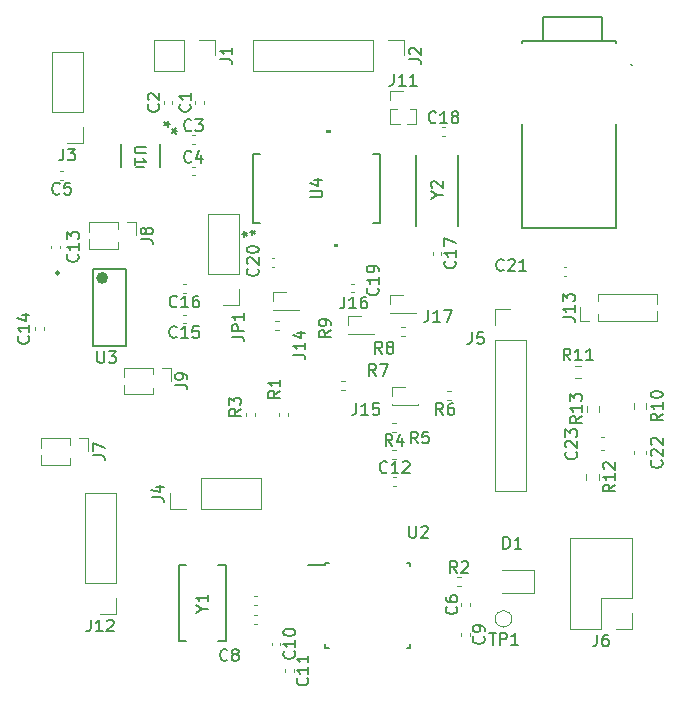
<source format=gbr>
%TF.GenerationSoftware,KiCad,Pcbnew,7.0.11-1-dev-0f715223e9*%
%TF.CreationDate,2024-01-18T20:29:43-08:00*%
%TF.ProjectId,i2s_to_toslink_pcb,6932735f-746f-45f7-946f-736c696e6b5f,rev?*%
%TF.SameCoordinates,Original*%
%TF.FileFunction,Legend,Top*%
%TF.FilePolarity,Positive*%
%FSLAX46Y46*%
G04 Gerber Fmt 4.6, Leading zero omitted, Abs format (unit mm)*
G04 Created by KiCad (PCBNEW 7.0.11-1-dev-0f715223e9) date 2024-01-18 20:29:43*
%MOMM*%
%LPD*%
G01*
G04 APERTURE LIST*
%ADD10C,0.150000*%
%ADD11C,0.152400*%
%ADD12C,0.120000*%
%ADD13C,0.100000*%
%ADD14C,0.200000*%
%ADD15C,0.250000*%
%ADD16C,0.500000*%
%ADD17C,0.127000*%
G04 APERTURE END LIST*
D10*
X39094628Y-73247190D02*
X39570819Y-73247190D01*
X38570819Y-73580523D02*
X39094628Y-73247190D01*
X39094628Y-73247190D02*
X38570819Y-72913857D01*
X39570819Y-72056714D02*
X39570819Y-72628142D01*
X39570819Y-72342428D02*
X38570819Y-72342428D01*
X38570819Y-72342428D02*
X38713676Y-72437666D01*
X38713676Y-72437666D02*
X38808914Y-72532904D01*
X38808914Y-72532904D02*
X38856533Y-72628142D01*
X58892142Y-32055580D02*
X58844523Y-32103200D01*
X58844523Y-32103200D02*
X58701666Y-32150819D01*
X58701666Y-32150819D02*
X58606428Y-32150819D01*
X58606428Y-32150819D02*
X58463571Y-32103200D01*
X58463571Y-32103200D02*
X58368333Y-32007961D01*
X58368333Y-32007961D02*
X58320714Y-31912723D01*
X58320714Y-31912723D02*
X58273095Y-31722247D01*
X58273095Y-31722247D02*
X58273095Y-31579390D01*
X58273095Y-31579390D02*
X58320714Y-31388914D01*
X58320714Y-31388914D02*
X58368333Y-31293676D01*
X58368333Y-31293676D02*
X58463571Y-31198438D01*
X58463571Y-31198438D02*
X58606428Y-31150819D01*
X58606428Y-31150819D02*
X58701666Y-31150819D01*
X58701666Y-31150819D02*
X58844523Y-31198438D01*
X58844523Y-31198438D02*
X58892142Y-31246057D01*
X59844523Y-32150819D02*
X59273095Y-32150819D01*
X59558809Y-32150819D02*
X59558809Y-31150819D01*
X59558809Y-31150819D02*
X59463571Y-31293676D01*
X59463571Y-31293676D02*
X59368333Y-31388914D01*
X59368333Y-31388914D02*
X59273095Y-31436533D01*
X60415952Y-31579390D02*
X60320714Y-31531771D01*
X60320714Y-31531771D02*
X60273095Y-31484152D01*
X60273095Y-31484152D02*
X60225476Y-31388914D01*
X60225476Y-31388914D02*
X60225476Y-31341295D01*
X60225476Y-31341295D02*
X60273095Y-31246057D01*
X60273095Y-31246057D02*
X60320714Y-31198438D01*
X60320714Y-31198438D02*
X60415952Y-31150819D01*
X60415952Y-31150819D02*
X60606428Y-31150819D01*
X60606428Y-31150819D02*
X60701666Y-31198438D01*
X60701666Y-31198438D02*
X60749285Y-31246057D01*
X60749285Y-31246057D02*
X60796904Y-31341295D01*
X60796904Y-31341295D02*
X60796904Y-31388914D01*
X60796904Y-31388914D02*
X60749285Y-31484152D01*
X60749285Y-31484152D02*
X60701666Y-31531771D01*
X60701666Y-31531771D02*
X60606428Y-31579390D01*
X60606428Y-31579390D02*
X60415952Y-31579390D01*
X60415952Y-31579390D02*
X60320714Y-31627009D01*
X60320714Y-31627009D02*
X60273095Y-31674628D01*
X60273095Y-31674628D02*
X60225476Y-31769866D01*
X60225476Y-31769866D02*
X60225476Y-31960342D01*
X60225476Y-31960342D02*
X60273095Y-32055580D01*
X60273095Y-32055580D02*
X60320714Y-32103200D01*
X60320714Y-32103200D02*
X60415952Y-32150819D01*
X60415952Y-32150819D02*
X60606428Y-32150819D01*
X60606428Y-32150819D02*
X60701666Y-32103200D01*
X60701666Y-32103200D02*
X60749285Y-32055580D01*
X60749285Y-32055580D02*
X60796904Y-31960342D01*
X60796904Y-31960342D02*
X60796904Y-31769866D01*
X60796904Y-31769866D02*
X60749285Y-31674628D01*
X60749285Y-31674628D02*
X60701666Y-31627009D01*
X60701666Y-31627009D02*
X60606428Y-31579390D01*
X78084819Y-56739257D02*
X77608628Y-57072590D01*
X78084819Y-57310685D02*
X77084819Y-57310685D01*
X77084819Y-57310685D02*
X77084819Y-56929733D01*
X77084819Y-56929733D02*
X77132438Y-56834495D01*
X77132438Y-56834495D02*
X77180057Y-56786876D01*
X77180057Y-56786876D02*
X77275295Y-56739257D01*
X77275295Y-56739257D02*
X77418152Y-56739257D01*
X77418152Y-56739257D02*
X77513390Y-56786876D01*
X77513390Y-56786876D02*
X77561009Y-56834495D01*
X77561009Y-56834495D02*
X77608628Y-56929733D01*
X77608628Y-56929733D02*
X77608628Y-57310685D01*
X78084819Y-55786876D02*
X78084819Y-56358304D01*
X78084819Y-56072590D02*
X77084819Y-56072590D01*
X77084819Y-56072590D02*
X77227676Y-56167828D01*
X77227676Y-56167828D02*
X77322914Y-56263066D01*
X77322914Y-56263066D02*
X77370533Y-56358304D01*
X77084819Y-55167828D02*
X77084819Y-55072590D01*
X77084819Y-55072590D02*
X77132438Y-54977352D01*
X77132438Y-54977352D02*
X77180057Y-54929733D01*
X77180057Y-54929733D02*
X77275295Y-54882114D01*
X77275295Y-54882114D02*
X77465771Y-54834495D01*
X77465771Y-54834495D02*
X77703866Y-54834495D01*
X77703866Y-54834495D02*
X77894342Y-54882114D01*
X77894342Y-54882114D02*
X77989580Y-54929733D01*
X77989580Y-54929733D02*
X78037200Y-54977352D01*
X78037200Y-54977352D02*
X78084819Y-55072590D01*
X78084819Y-55072590D02*
X78084819Y-55167828D01*
X78084819Y-55167828D02*
X78037200Y-55263066D01*
X78037200Y-55263066D02*
X77989580Y-55310685D01*
X77989580Y-55310685D02*
X77894342Y-55358304D01*
X77894342Y-55358304D02*
X77703866Y-55405923D01*
X77703866Y-55405923D02*
X77465771Y-55405923D01*
X77465771Y-55405923D02*
X77275295Y-55358304D01*
X77275295Y-55358304D02*
X77180057Y-55310685D01*
X77180057Y-55310685D02*
X77132438Y-55263066D01*
X77132438Y-55263066D02*
X77084819Y-55167828D01*
X46883980Y-76870857D02*
X46931600Y-76918476D01*
X46931600Y-76918476D02*
X46979219Y-77061333D01*
X46979219Y-77061333D02*
X46979219Y-77156571D01*
X46979219Y-77156571D02*
X46931600Y-77299428D01*
X46931600Y-77299428D02*
X46836361Y-77394666D01*
X46836361Y-77394666D02*
X46741123Y-77442285D01*
X46741123Y-77442285D02*
X46550647Y-77489904D01*
X46550647Y-77489904D02*
X46407790Y-77489904D01*
X46407790Y-77489904D02*
X46217314Y-77442285D01*
X46217314Y-77442285D02*
X46122076Y-77394666D01*
X46122076Y-77394666D02*
X46026838Y-77299428D01*
X46026838Y-77299428D02*
X45979219Y-77156571D01*
X45979219Y-77156571D02*
X45979219Y-77061333D01*
X45979219Y-77061333D02*
X46026838Y-76918476D01*
X46026838Y-76918476D02*
X46074457Y-76870857D01*
X46979219Y-75918476D02*
X46979219Y-76489904D01*
X46979219Y-76204190D02*
X45979219Y-76204190D01*
X45979219Y-76204190D02*
X46122076Y-76299428D01*
X46122076Y-76299428D02*
X46217314Y-76394666D01*
X46217314Y-76394666D02*
X46264933Y-76489904D01*
X45979219Y-75299428D02*
X45979219Y-75204190D01*
X45979219Y-75204190D02*
X46026838Y-75108952D01*
X46026838Y-75108952D02*
X46074457Y-75061333D01*
X46074457Y-75061333D02*
X46169695Y-75013714D01*
X46169695Y-75013714D02*
X46360171Y-74966095D01*
X46360171Y-74966095D02*
X46598266Y-74966095D01*
X46598266Y-74966095D02*
X46788742Y-75013714D01*
X46788742Y-75013714D02*
X46883980Y-75061333D01*
X46883980Y-75061333D02*
X46931600Y-75108952D01*
X46931600Y-75108952D02*
X46979219Y-75204190D01*
X46979219Y-75204190D02*
X46979219Y-75299428D01*
X46979219Y-75299428D02*
X46931600Y-75394666D01*
X46931600Y-75394666D02*
X46883980Y-75442285D01*
X46883980Y-75442285D02*
X46788742Y-75489904D01*
X46788742Y-75489904D02*
X46598266Y-75537523D01*
X46598266Y-75537523D02*
X46360171Y-75537523D01*
X46360171Y-75537523D02*
X46169695Y-75489904D01*
X46169695Y-75489904D02*
X46074457Y-75442285D01*
X46074457Y-75442285D02*
X46026838Y-75394666D01*
X46026838Y-75394666D02*
X45979219Y-75299428D01*
X36946542Y-50236780D02*
X36898923Y-50284400D01*
X36898923Y-50284400D02*
X36756066Y-50332019D01*
X36756066Y-50332019D02*
X36660828Y-50332019D01*
X36660828Y-50332019D02*
X36517971Y-50284400D01*
X36517971Y-50284400D02*
X36422733Y-50189161D01*
X36422733Y-50189161D02*
X36375114Y-50093923D01*
X36375114Y-50093923D02*
X36327495Y-49903447D01*
X36327495Y-49903447D02*
X36327495Y-49760590D01*
X36327495Y-49760590D02*
X36375114Y-49570114D01*
X36375114Y-49570114D02*
X36422733Y-49474876D01*
X36422733Y-49474876D02*
X36517971Y-49379638D01*
X36517971Y-49379638D02*
X36660828Y-49332019D01*
X36660828Y-49332019D02*
X36756066Y-49332019D01*
X36756066Y-49332019D02*
X36898923Y-49379638D01*
X36898923Y-49379638D02*
X36946542Y-49427257D01*
X37898923Y-50332019D02*
X37327495Y-50332019D01*
X37613209Y-50332019D02*
X37613209Y-49332019D01*
X37613209Y-49332019D02*
X37517971Y-49474876D01*
X37517971Y-49474876D02*
X37422733Y-49570114D01*
X37422733Y-49570114D02*
X37327495Y-49617733D01*
X38803685Y-49332019D02*
X38327495Y-49332019D01*
X38327495Y-49332019D02*
X38279876Y-49808209D01*
X38279876Y-49808209D02*
X38327495Y-49760590D01*
X38327495Y-49760590D02*
X38422733Y-49712971D01*
X38422733Y-49712971D02*
X38660828Y-49712971D01*
X38660828Y-49712971D02*
X38756066Y-49760590D01*
X38756066Y-49760590D02*
X38803685Y-49808209D01*
X38803685Y-49808209D02*
X38851304Y-49903447D01*
X38851304Y-49903447D02*
X38851304Y-50141542D01*
X38851304Y-50141542D02*
X38803685Y-50236780D01*
X38803685Y-50236780D02*
X38756066Y-50284400D01*
X38756066Y-50284400D02*
X38660828Y-50332019D01*
X38660828Y-50332019D02*
X38422733Y-50332019D01*
X38422733Y-50332019D02*
X38327495Y-50284400D01*
X38327495Y-50284400D02*
X38279876Y-50236780D01*
X27352666Y-34296819D02*
X27352666Y-35011104D01*
X27352666Y-35011104D02*
X27305047Y-35153961D01*
X27305047Y-35153961D02*
X27209809Y-35249200D01*
X27209809Y-35249200D02*
X27066952Y-35296819D01*
X27066952Y-35296819D02*
X26971714Y-35296819D01*
X27733619Y-34296819D02*
X28352666Y-34296819D01*
X28352666Y-34296819D02*
X28019333Y-34677771D01*
X28019333Y-34677771D02*
X28162190Y-34677771D01*
X28162190Y-34677771D02*
X28257428Y-34725390D01*
X28257428Y-34725390D02*
X28305047Y-34773009D01*
X28305047Y-34773009D02*
X28352666Y-34868247D01*
X28352666Y-34868247D02*
X28352666Y-35106342D01*
X28352666Y-35106342D02*
X28305047Y-35201580D01*
X28305047Y-35201580D02*
X28257428Y-35249200D01*
X28257428Y-35249200D02*
X28162190Y-35296819D01*
X28162190Y-35296819D02*
X27876476Y-35296819D01*
X27876476Y-35296819D02*
X27781238Y-35249200D01*
X27781238Y-35249200D02*
X27733619Y-35201580D01*
X55203333Y-59482819D02*
X54870000Y-59006628D01*
X54631905Y-59482819D02*
X54631905Y-58482819D01*
X54631905Y-58482819D02*
X55012857Y-58482819D01*
X55012857Y-58482819D02*
X55108095Y-58530438D01*
X55108095Y-58530438D02*
X55155714Y-58578057D01*
X55155714Y-58578057D02*
X55203333Y-58673295D01*
X55203333Y-58673295D02*
X55203333Y-58816152D01*
X55203333Y-58816152D02*
X55155714Y-58911390D01*
X55155714Y-58911390D02*
X55108095Y-58959009D01*
X55108095Y-58959009D02*
X55012857Y-59006628D01*
X55012857Y-59006628D02*
X54631905Y-59006628D01*
X56060476Y-58816152D02*
X56060476Y-59482819D01*
X55822381Y-58435200D02*
X55584286Y-59149485D01*
X55584286Y-59149485D02*
X56203333Y-59149485D01*
X59497933Y-56842819D02*
X59164600Y-56366628D01*
X58926505Y-56842819D02*
X58926505Y-55842819D01*
X58926505Y-55842819D02*
X59307457Y-55842819D01*
X59307457Y-55842819D02*
X59402695Y-55890438D01*
X59402695Y-55890438D02*
X59450314Y-55938057D01*
X59450314Y-55938057D02*
X59497933Y-56033295D01*
X59497933Y-56033295D02*
X59497933Y-56176152D01*
X59497933Y-56176152D02*
X59450314Y-56271390D01*
X59450314Y-56271390D02*
X59402695Y-56319009D01*
X59402695Y-56319009D02*
X59307457Y-56366628D01*
X59307457Y-56366628D02*
X58926505Y-56366628D01*
X60355076Y-55842819D02*
X60164600Y-55842819D01*
X60164600Y-55842819D02*
X60069362Y-55890438D01*
X60069362Y-55890438D02*
X60021743Y-55938057D01*
X60021743Y-55938057D02*
X59926505Y-56080914D01*
X59926505Y-56080914D02*
X59878886Y-56271390D01*
X59878886Y-56271390D02*
X59878886Y-56652342D01*
X59878886Y-56652342D02*
X59926505Y-56747580D01*
X59926505Y-56747580D02*
X59974124Y-56795200D01*
X59974124Y-56795200D02*
X60069362Y-56842819D01*
X60069362Y-56842819D02*
X60259838Y-56842819D01*
X60259838Y-56842819D02*
X60355076Y-56795200D01*
X60355076Y-56795200D02*
X60402695Y-56747580D01*
X60402695Y-56747580D02*
X60450314Y-56652342D01*
X60450314Y-56652342D02*
X60450314Y-56414247D01*
X60450314Y-56414247D02*
X60402695Y-56319009D01*
X60402695Y-56319009D02*
X60355076Y-56271390D01*
X60355076Y-56271390D02*
X60259838Y-56223771D01*
X60259838Y-56223771D02*
X60069362Y-56223771D01*
X60069362Y-56223771D02*
X59974124Y-56271390D01*
X59974124Y-56271390D02*
X59926505Y-56319009D01*
X59926505Y-56319009D02*
X59878886Y-56414247D01*
X58245476Y-47968819D02*
X58245476Y-48683104D01*
X58245476Y-48683104D02*
X58197857Y-48825961D01*
X58197857Y-48825961D02*
X58102619Y-48921200D01*
X58102619Y-48921200D02*
X57959762Y-48968819D01*
X57959762Y-48968819D02*
X57864524Y-48968819D01*
X59245476Y-48968819D02*
X58674048Y-48968819D01*
X58959762Y-48968819D02*
X58959762Y-47968819D01*
X58959762Y-47968819D02*
X58864524Y-48111676D01*
X58864524Y-48111676D02*
X58769286Y-48206914D01*
X58769286Y-48206914D02*
X58674048Y-48254533D01*
X59578810Y-47968819D02*
X60245476Y-47968819D01*
X60245476Y-47968819D02*
X59816905Y-48968819D01*
X54339733Y-51661219D02*
X54006400Y-51185028D01*
X53768305Y-51661219D02*
X53768305Y-50661219D01*
X53768305Y-50661219D02*
X54149257Y-50661219D01*
X54149257Y-50661219D02*
X54244495Y-50708838D01*
X54244495Y-50708838D02*
X54292114Y-50756457D01*
X54292114Y-50756457D02*
X54339733Y-50851695D01*
X54339733Y-50851695D02*
X54339733Y-50994552D01*
X54339733Y-50994552D02*
X54292114Y-51089790D01*
X54292114Y-51089790D02*
X54244495Y-51137409D01*
X54244495Y-51137409D02*
X54149257Y-51185028D01*
X54149257Y-51185028D02*
X53768305Y-51185028D01*
X54911162Y-51089790D02*
X54815924Y-51042171D01*
X54815924Y-51042171D02*
X54768305Y-50994552D01*
X54768305Y-50994552D02*
X54720686Y-50899314D01*
X54720686Y-50899314D02*
X54720686Y-50851695D01*
X54720686Y-50851695D02*
X54768305Y-50756457D01*
X54768305Y-50756457D02*
X54815924Y-50708838D01*
X54815924Y-50708838D02*
X54911162Y-50661219D01*
X54911162Y-50661219D02*
X55101638Y-50661219D01*
X55101638Y-50661219D02*
X55196876Y-50708838D01*
X55196876Y-50708838D02*
X55244495Y-50756457D01*
X55244495Y-50756457D02*
X55292114Y-50851695D01*
X55292114Y-50851695D02*
X55292114Y-50899314D01*
X55292114Y-50899314D02*
X55244495Y-50994552D01*
X55244495Y-50994552D02*
X55196876Y-51042171D01*
X55196876Y-51042171D02*
X55101638Y-51089790D01*
X55101638Y-51089790D02*
X54911162Y-51089790D01*
X54911162Y-51089790D02*
X54815924Y-51137409D01*
X54815924Y-51137409D02*
X54768305Y-51185028D01*
X54768305Y-51185028D02*
X54720686Y-51280266D01*
X54720686Y-51280266D02*
X54720686Y-51470742D01*
X54720686Y-51470742D02*
X54768305Y-51565980D01*
X54768305Y-51565980D02*
X54815924Y-51613600D01*
X54815924Y-51613600D02*
X54911162Y-51661219D01*
X54911162Y-51661219D02*
X55101638Y-51661219D01*
X55101638Y-51661219D02*
X55196876Y-51613600D01*
X55196876Y-51613600D02*
X55244495Y-51565980D01*
X55244495Y-51565980D02*
X55292114Y-51470742D01*
X55292114Y-51470742D02*
X55292114Y-51280266D01*
X55292114Y-51280266D02*
X55244495Y-51185028D01*
X55244495Y-51185028D02*
X55196876Y-51137409D01*
X55196876Y-51137409D02*
X55101638Y-51089790D01*
X41235333Y-77581780D02*
X41187714Y-77629400D01*
X41187714Y-77629400D02*
X41044857Y-77677019D01*
X41044857Y-77677019D02*
X40949619Y-77677019D01*
X40949619Y-77677019D02*
X40806762Y-77629400D01*
X40806762Y-77629400D02*
X40711524Y-77534161D01*
X40711524Y-77534161D02*
X40663905Y-77438923D01*
X40663905Y-77438923D02*
X40616286Y-77248447D01*
X40616286Y-77248447D02*
X40616286Y-77105590D01*
X40616286Y-77105590D02*
X40663905Y-76915114D01*
X40663905Y-76915114D02*
X40711524Y-76819876D01*
X40711524Y-76819876D02*
X40806762Y-76724638D01*
X40806762Y-76724638D02*
X40949619Y-76677019D01*
X40949619Y-76677019D02*
X41044857Y-76677019D01*
X41044857Y-76677019D02*
X41187714Y-76724638D01*
X41187714Y-76724638D02*
X41235333Y-76772257D01*
X41806762Y-77105590D02*
X41711524Y-77057971D01*
X41711524Y-77057971D02*
X41663905Y-77010352D01*
X41663905Y-77010352D02*
X41616286Y-76915114D01*
X41616286Y-76915114D02*
X41616286Y-76867495D01*
X41616286Y-76867495D02*
X41663905Y-76772257D01*
X41663905Y-76772257D02*
X41711524Y-76724638D01*
X41711524Y-76724638D02*
X41806762Y-76677019D01*
X41806762Y-76677019D02*
X41997238Y-76677019D01*
X41997238Y-76677019D02*
X42092476Y-76724638D01*
X42092476Y-76724638D02*
X42140095Y-76772257D01*
X42140095Y-76772257D02*
X42187714Y-76867495D01*
X42187714Y-76867495D02*
X42187714Y-76915114D01*
X42187714Y-76915114D02*
X42140095Y-77010352D01*
X42140095Y-77010352D02*
X42092476Y-77057971D01*
X42092476Y-77057971D02*
X41997238Y-77105590D01*
X41997238Y-77105590D02*
X41806762Y-77105590D01*
X41806762Y-77105590D02*
X41711524Y-77153209D01*
X41711524Y-77153209D02*
X41663905Y-77200828D01*
X41663905Y-77200828D02*
X41616286Y-77296066D01*
X41616286Y-77296066D02*
X41616286Y-77486542D01*
X41616286Y-77486542D02*
X41663905Y-77581780D01*
X41663905Y-77581780D02*
X41711524Y-77629400D01*
X41711524Y-77629400D02*
X41806762Y-77677019D01*
X41806762Y-77677019D02*
X41997238Y-77677019D01*
X41997238Y-77677019D02*
X42092476Y-77629400D01*
X42092476Y-77629400D02*
X42140095Y-77581780D01*
X42140095Y-77581780D02*
X42187714Y-77486542D01*
X42187714Y-77486542D02*
X42187714Y-77296066D01*
X42187714Y-77296066D02*
X42140095Y-77200828D01*
X42140095Y-77200828D02*
X42092476Y-77153209D01*
X42092476Y-77153209D02*
X41997238Y-77105590D01*
X63431895Y-75324619D02*
X64003323Y-75324619D01*
X63717609Y-76324619D02*
X63717609Y-75324619D01*
X64336657Y-76324619D02*
X64336657Y-75324619D01*
X64336657Y-75324619D02*
X64717609Y-75324619D01*
X64717609Y-75324619D02*
X64812847Y-75372238D01*
X64812847Y-75372238D02*
X64860466Y-75419857D01*
X64860466Y-75419857D02*
X64908085Y-75515095D01*
X64908085Y-75515095D02*
X64908085Y-75657952D01*
X64908085Y-75657952D02*
X64860466Y-75753190D01*
X64860466Y-75753190D02*
X64812847Y-75800809D01*
X64812847Y-75800809D02*
X64717609Y-75848428D01*
X64717609Y-75848428D02*
X64336657Y-75848428D01*
X65860466Y-76324619D02*
X65289038Y-76324619D01*
X65574752Y-76324619D02*
X65574752Y-75324619D01*
X65574752Y-75324619D02*
X65479514Y-75467476D01*
X65479514Y-75467476D02*
X65384276Y-75562714D01*
X65384276Y-75562714D02*
X65289038Y-75610333D01*
X28553580Y-43258857D02*
X28601200Y-43306476D01*
X28601200Y-43306476D02*
X28648819Y-43449333D01*
X28648819Y-43449333D02*
X28648819Y-43544571D01*
X28648819Y-43544571D02*
X28601200Y-43687428D01*
X28601200Y-43687428D02*
X28505961Y-43782666D01*
X28505961Y-43782666D02*
X28410723Y-43830285D01*
X28410723Y-43830285D02*
X28220247Y-43877904D01*
X28220247Y-43877904D02*
X28077390Y-43877904D01*
X28077390Y-43877904D02*
X27886914Y-43830285D01*
X27886914Y-43830285D02*
X27791676Y-43782666D01*
X27791676Y-43782666D02*
X27696438Y-43687428D01*
X27696438Y-43687428D02*
X27648819Y-43544571D01*
X27648819Y-43544571D02*
X27648819Y-43449333D01*
X27648819Y-43449333D02*
X27696438Y-43306476D01*
X27696438Y-43306476D02*
X27744057Y-43258857D01*
X28648819Y-42306476D02*
X28648819Y-42877904D01*
X28648819Y-42592190D02*
X27648819Y-42592190D01*
X27648819Y-42592190D02*
X27791676Y-42687428D01*
X27791676Y-42687428D02*
X27886914Y-42782666D01*
X27886914Y-42782666D02*
X27934533Y-42877904D01*
X27648819Y-41973142D02*
X27648819Y-41354095D01*
X27648819Y-41354095D02*
X28029771Y-41687428D01*
X28029771Y-41687428D02*
X28029771Y-41544571D01*
X28029771Y-41544571D02*
X28077390Y-41449333D01*
X28077390Y-41449333D02*
X28125009Y-41401714D01*
X28125009Y-41401714D02*
X28220247Y-41354095D01*
X28220247Y-41354095D02*
X28458342Y-41354095D01*
X28458342Y-41354095D02*
X28553580Y-41401714D01*
X28553580Y-41401714D02*
X28601200Y-41449333D01*
X28601200Y-41449333D02*
X28648819Y-41544571D01*
X28648819Y-41544571D02*
X28648819Y-41830285D01*
X28648819Y-41830285D02*
X28601200Y-41925523D01*
X28601200Y-41925523D02*
X28553580Y-41973142D01*
X56642095Y-66256819D02*
X56642095Y-67066342D01*
X56642095Y-67066342D02*
X56689714Y-67161580D01*
X56689714Y-67161580D02*
X56737333Y-67209200D01*
X56737333Y-67209200D02*
X56832571Y-67256819D01*
X56832571Y-67256819D02*
X57023047Y-67256819D01*
X57023047Y-67256819D02*
X57118285Y-67209200D01*
X57118285Y-67209200D02*
X57165904Y-67161580D01*
X57165904Y-67161580D02*
X57213523Y-67066342D01*
X57213523Y-67066342D02*
X57213523Y-66256819D01*
X57642095Y-66352057D02*
X57689714Y-66304438D01*
X57689714Y-66304438D02*
X57784952Y-66256819D01*
X57784952Y-66256819D02*
X58023047Y-66256819D01*
X58023047Y-66256819D02*
X58118285Y-66304438D01*
X58118285Y-66304438D02*
X58165904Y-66352057D01*
X58165904Y-66352057D02*
X58213523Y-66447295D01*
X58213523Y-66447295D02*
X58213523Y-66542533D01*
X58213523Y-66542533D02*
X58165904Y-66685390D01*
X58165904Y-66685390D02*
X57594476Y-67256819D01*
X57594476Y-67256819D02*
X58213523Y-67256819D01*
X56648819Y-26749333D02*
X57363104Y-26749333D01*
X57363104Y-26749333D02*
X57505961Y-26796952D01*
X57505961Y-26796952D02*
X57601200Y-26892190D01*
X57601200Y-26892190D02*
X57648819Y-27035047D01*
X57648819Y-27035047D02*
X57648819Y-27130285D01*
X56744057Y-26320761D02*
X56696438Y-26273142D01*
X56696438Y-26273142D02*
X56648819Y-26177904D01*
X56648819Y-26177904D02*
X56648819Y-25939809D01*
X56648819Y-25939809D02*
X56696438Y-25844571D01*
X56696438Y-25844571D02*
X56744057Y-25796952D01*
X56744057Y-25796952D02*
X56839295Y-25749333D01*
X56839295Y-25749333D02*
X56934533Y-25749333D01*
X56934533Y-25749333D02*
X57077390Y-25796952D01*
X57077390Y-25796952D02*
X57648819Y-26368380D01*
X57648819Y-26368380D02*
X57648819Y-25749333D01*
X52149476Y-55842819D02*
X52149476Y-56557104D01*
X52149476Y-56557104D02*
X52101857Y-56699961D01*
X52101857Y-56699961D02*
X52006619Y-56795200D01*
X52006619Y-56795200D02*
X51863762Y-56842819D01*
X51863762Y-56842819D02*
X51768524Y-56842819D01*
X53149476Y-56842819D02*
X52578048Y-56842819D01*
X52863762Y-56842819D02*
X52863762Y-55842819D01*
X52863762Y-55842819D02*
X52768524Y-55985676D01*
X52768524Y-55985676D02*
X52673286Y-56080914D01*
X52673286Y-56080914D02*
X52578048Y-56128533D01*
X54054238Y-55842819D02*
X53578048Y-55842819D01*
X53578048Y-55842819D02*
X53530429Y-56319009D01*
X53530429Y-56319009D02*
X53578048Y-56271390D01*
X53578048Y-56271390D02*
X53673286Y-56223771D01*
X53673286Y-56223771D02*
X53911381Y-56223771D01*
X53911381Y-56223771D02*
X54006619Y-56271390D01*
X54006619Y-56271390D02*
X54054238Y-56319009D01*
X54054238Y-56319009D02*
X54101857Y-56414247D01*
X54101857Y-56414247D02*
X54101857Y-56652342D01*
X54101857Y-56652342D02*
X54054238Y-56747580D01*
X54054238Y-56747580D02*
X54006619Y-56795200D01*
X54006619Y-56795200D02*
X53911381Y-56842819D01*
X53911381Y-56842819D02*
X53673286Y-56842819D01*
X53673286Y-56842819D02*
X53578048Y-56795200D01*
X53578048Y-56795200D02*
X53530429Y-56747580D01*
X24387980Y-50190857D02*
X24435600Y-50238476D01*
X24435600Y-50238476D02*
X24483219Y-50381333D01*
X24483219Y-50381333D02*
X24483219Y-50476571D01*
X24483219Y-50476571D02*
X24435600Y-50619428D01*
X24435600Y-50619428D02*
X24340361Y-50714666D01*
X24340361Y-50714666D02*
X24245123Y-50762285D01*
X24245123Y-50762285D02*
X24054647Y-50809904D01*
X24054647Y-50809904D02*
X23911790Y-50809904D01*
X23911790Y-50809904D02*
X23721314Y-50762285D01*
X23721314Y-50762285D02*
X23626076Y-50714666D01*
X23626076Y-50714666D02*
X23530838Y-50619428D01*
X23530838Y-50619428D02*
X23483219Y-50476571D01*
X23483219Y-50476571D02*
X23483219Y-50381333D01*
X23483219Y-50381333D02*
X23530838Y-50238476D01*
X23530838Y-50238476D02*
X23578457Y-50190857D01*
X24483219Y-49238476D02*
X24483219Y-49809904D01*
X24483219Y-49524190D02*
X23483219Y-49524190D01*
X23483219Y-49524190D02*
X23626076Y-49619428D01*
X23626076Y-49619428D02*
X23721314Y-49714666D01*
X23721314Y-49714666D02*
X23768933Y-49809904D01*
X23816552Y-48381333D02*
X24483219Y-48381333D01*
X23435600Y-48619428D02*
X24149885Y-48857523D01*
X24149885Y-48857523D02*
X24149885Y-48238476D01*
X74046219Y-62759057D02*
X73570028Y-63092390D01*
X74046219Y-63330485D02*
X73046219Y-63330485D01*
X73046219Y-63330485D02*
X73046219Y-62949533D01*
X73046219Y-62949533D02*
X73093838Y-62854295D01*
X73093838Y-62854295D02*
X73141457Y-62806676D01*
X73141457Y-62806676D02*
X73236695Y-62759057D01*
X73236695Y-62759057D02*
X73379552Y-62759057D01*
X73379552Y-62759057D02*
X73474790Y-62806676D01*
X73474790Y-62806676D02*
X73522409Y-62854295D01*
X73522409Y-62854295D02*
X73570028Y-62949533D01*
X73570028Y-62949533D02*
X73570028Y-63330485D01*
X74046219Y-61806676D02*
X74046219Y-62378104D01*
X74046219Y-62092390D02*
X73046219Y-62092390D01*
X73046219Y-62092390D02*
X73189076Y-62187628D01*
X73189076Y-62187628D02*
X73284314Y-62282866D01*
X73284314Y-62282866D02*
X73331933Y-62378104D01*
X73141457Y-61425723D02*
X73093838Y-61378104D01*
X73093838Y-61378104D02*
X73046219Y-61282866D01*
X73046219Y-61282866D02*
X73046219Y-61044771D01*
X73046219Y-61044771D02*
X73093838Y-60949533D01*
X73093838Y-60949533D02*
X73141457Y-60901914D01*
X73141457Y-60901914D02*
X73236695Y-60854295D01*
X73236695Y-60854295D02*
X73331933Y-60854295D01*
X73331933Y-60854295D02*
X73474790Y-60901914D01*
X73474790Y-60901914D02*
X74046219Y-61473342D01*
X74046219Y-61473342D02*
X74046219Y-60854295D01*
X29670476Y-74174819D02*
X29670476Y-74889104D01*
X29670476Y-74889104D02*
X29622857Y-75031961D01*
X29622857Y-75031961D02*
X29527619Y-75127200D01*
X29527619Y-75127200D02*
X29384762Y-75174819D01*
X29384762Y-75174819D02*
X29289524Y-75174819D01*
X30670476Y-75174819D02*
X30099048Y-75174819D01*
X30384762Y-75174819D02*
X30384762Y-74174819D01*
X30384762Y-74174819D02*
X30289524Y-74317676D01*
X30289524Y-74317676D02*
X30194286Y-74412914D01*
X30194286Y-74412914D02*
X30099048Y-74460533D01*
X31051429Y-74270057D02*
X31099048Y-74222438D01*
X31099048Y-74222438D02*
X31194286Y-74174819D01*
X31194286Y-74174819D02*
X31432381Y-74174819D01*
X31432381Y-74174819D02*
X31527619Y-74222438D01*
X31527619Y-74222438D02*
X31575238Y-74270057D01*
X31575238Y-74270057D02*
X31622857Y-74365295D01*
X31622857Y-74365295D02*
X31622857Y-74460533D01*
X31622857Y-74460533D02*
X31575238Y-74603390D01*
X31575238Y-74603390D02*
X31003810Y-75174819D01*
X31003810Y-75174819D02*
X31622857Y-75174819D01*
X38187333Y-35394580D02*
X38139714Y-35442200D01*
X38139714Y-35442200D02*
X37996857Y-35489819D01*
X37996857Y-35489819D02*
X37901619Y-35489819D01*
X37901619Y-35489819D02*
X37758762Y-35442200D01*
X37758762Y-35442200D02*
X37663524Y-35346961D01*
X37663524Y-35346961D02*
X37615905Y-35251723D01*
X37615905Y-35251723D02*
X37568286Y-35061247D01*
X37568286Y-35061247D02*
X37568286Y-34918390D01*
X37568286Y-34918390D02*
X37615905Y-34727914D01*
X37615905Y-34727914D02*
X37663524Y-34632676D01*
X37663524Y-34632676D02*
X37758762Y-34537438D01*
X37758762Y-34537438D02*
X37901619Y-34489819D01*
X37901619Y-34489819D02*
X37996857Y-34489819D01*
X37996857Y-34489819D02*
X38139714Y-34537438D01*
X38139714Y-34537438D02*
X38187333Y-34585057D01*
X39044476Y-34823152D02*
X39044476Y-35489819D01*
X38806381Y-34442200D02*
X38568286Y-35156485D01*
X38568286Y-35156485D02*
X39187333Y-35156485D01*
X71237019Y-56967857D02*
X70760828Y-57301190D01*
X71237019Y-57539285D02*
X70237019Y-57539285D01*
X70237019Y-57539285D02*
X70237019Y-57158333D01*
X70237019Y-57158333D02*
X70284638Y-57063095D01*
X70284638Y-57063095D02*
X70332257Y-57015476D01*
X70332257Y-57015476D02*
X70427495Y-56967857D01*
X70427495Y-56967857D02*
X70570352Y-56967857D01*
X70570352Y-56967857D02*
X70665590Y-57015476D01*
X70665590Y-57015476D02*
X70713209Y-57063095D01*
X70713209Y-57063095D02*
X70760828Y-57158333D01*
X70760828Y-57158333D02*
X70760828Y-57539285D01*
X71237019Y-56015476D02*
X71237019Y-56586904D01*
X71237019Y-56301190D02*
X70237019Y-56301190D01*
X70237019Y-56301190D02*
X70379876Y-56396428D01*
X70379876Y-56396428D02*
X70475114Y-56491666D01*
X70475114Y-56491666D02*
X70522733Y-56586904D01*
X70237019Y-55682142D02*
X70237019Y-55063095D01*
X70237019Y-55063095D02*
X70617971Y-55396428D01*
X70617971Y-55396428D02*
X70617971Y-55253571D01*
X70617971Y-55253571D02*
X70665590Y-55158333D01*
X70665590Y-55158333D02*
X70713209Y-55110714D01*
X70713209Y-55110714D02*
X70808447Y-55063095D01*
X70808447Y-55063095D02*
X71046542Y-55063095D01*
X71046542Y-55063095D02*
X71141780Y-55110714D01*
X71141780Y-55110714D02*
X71189400Y-55158333D01*
X71189400Y-55158333D02*
X71237019Y-55253571D01*
X71237019Y-55253571D02*
X71237019Y-55539285D01*
X71237019Y-55539285D02*
X71189400Y-55634523D01*
X71189400Y-55634523D02*
X71141780Y-55682142D01*
X36836819Y-54308333D02*
X37551104Y-54308333D01*
X37551104Y-54308333D02*
X37693961Y-54355952D01*
X37693961Y-54355952D02*
X37789200Y-54451190D01*
X37789200Y-54451190D02*
X37836819Y-54594047D01*
X37836819Y-54594047D02*
X37836819Y-54689285D01*
X37836819Y-53784523D02*
X37836819Y-53594047D01*
X37836819Y-53594047D02*
X37789200Y-53498809D01*
X37789200Y-53498809D02*
X37741580Y-53451190D01*
X37741580Y-53451190D02*
X37598723Y-53355952D01*
X37598723Y-53355952D02*
X37408247Y-53308333D01*
X37408247Y-53308333D02*
X37027295Y-53308333D01*
X37027295Y-53308333D02*
X36932057Y-53355952D01*
X36932057Y-53355952D02*
X36884438Y-53403571D01*
X36884438Y-53403571D02*
X36836819Y-53498809D01*
X36836819Y-53498809D02*
X36836819Y-53689285D01*
X36836819Y-53689285D02*
X36884438Y-53784523D01*
X36884438Y-53784523D02*
X36932057Y-53832142D01*
X36932057Y-53832142D02*
X37027295Y-53879761D01*
X37027295Y-53879761D02*
X37265390Y-53879761D01*
X37265390Y-53879761D02*
X37360628Y-53832142D01*
X37360628Y-53832142D02*
X37408247Y-53784523D01*
X37408247Y-53784523D02*
X37455866Y-53689285D01*
X37455866Y-53689285D02*
X37455866Y-53498809D01*
X37455866Y-53498809D02*
X37408247Y-53403571D01*
X37408247Y-53403571D02*
X37360628Y-53355952D01*
X37360628Y-53355952D02*
X37265390Y-53308333D01*
X57360333Y-59255819D02*
X57027000Y-58779628D01*
X56788905Y-59255819D02*
X56788905Y-58255819D01*
X56788905Y-58255819D02*
X57169857Y-58255819D01*
X57169857Y-58255819D02*
X57265095Y-58303438D01*
X57265095Y-58303438D02*
X57312714Y-58351057D01*
X57312714Y-58351057D02*
X57360333Y-58446295D01*
X57360333Y-58446295D02*
X57360333Y-58589152D01*
X57360333Y-58589152D02*
X57312714Y-58684390D01*
X57312714Y-58684390D02*
X57265095Y-58732009D01*
X57265095Y-58732009D02*
X57169857Y-58779628D01*
X57169857Y-58779628D02*
X56788905Y-58779628D01*
X58265095Y-58255819D02*
X57788905Y-58255819D01*
X57788905Y-58255819D02*
X57741286Y-58732009D01*
X57741286Y-58732009D02*
X57788905Y-58684390D01*
X57788905Y-58684390D02*
X57884143Y-58636771D01*
X57884143Y-58636771D02*
X58122238Y-58636771D01*
X58122238Y-58636771D02*
X58217476Y-58684390D01*
X58217476Y-58684390D02*
X58265095Y-58732009D01*
X58265095Y-58732009D02*
X58312714Y-58827247D01*
X58312714Y-58827247D02*
X58312714Y-59065342D01*
X58312714Y-59065342D02*
X58265095Y-59160580D01*
X58265095Y-59160580D02*
X58217476Y-59208200D01*
X58217476Y-59208200D02*
X58122238Y-59255819D01*
X58122238Y-59255819D02*
X57884143Y-59255819D01*
X57884143Y-59255819D02*
X57788905Y-59208200D01*
X57788905Y-59208200D02*
X57741286Y-59160580D01*
X70759580Y-59977257D02*
X70807200Y-60024876D01*
X70807200Y-60024876D02*
X70854819Y-60167733D01*
X70854819Y-60167733D02*
X70854819Y-60262971D01*
X70854819Y-60262971D02*
X70807200Y-60405828D01*
X70807200Y-60405828D02*
X70711961Y-60501066D01*
X70711961Y-60501066D02*
X70616723Y-60548685D01*
X70616723Y-60548685D02*
X70426247Y-60596304D01*
X70426247Y-60596304D02*
X70283390Y-60596304D01*
X70283390Y-60596304D02*
X70092914Y-60548685D01*
X70092914Y-60548685D02*
X69997676Y-60501066D01*
X69997676Y-60501066D02*
X69902438Y-60405828D01*
X69902438Y-60405828D02*
X69854819Y-60262971D01*
X69854819Y-60262971D02*
X69854819Y-60167733D01*
X69854819Y-60167733D02*
X69902438Y-60024876D01*
X69902438Y-60024876D02*
X69950057Y-59977257D01*
X69950057Y-59596304D02*
X69902438Y-59548685D01*
X69902438Y-59548685D02*
X69854819Y-59453447D01*
X69854819Y-59453447D02*
X69854819Y-59215352D01*
X69854819Y-59215352D02*
X69902438Y-59120114D01*
X69902438Y-59120114D02*
X69950057Y-59072495D01*
X69950057Y-59072495D02*
X70045295Y-59024876D01*
X70045295Y-59024876D02*
X70140533Y-59024876D01*
X70140533Y-59024876D02*
X70283390Y-59072495D01*
X70283390Y-59072495D02*
X70854819Y-59643923D01*
X70854819Y-59643923D02*
X70854819Y-59024876D01*
X69854819Y-58691542D02*
X69854819Y-58072495D01*
X69854819Y-58072495D02*
X70235771Y-58405828D01*
X70235771Y-58405828D02*
X70235771Y-58262971D01*
X70235771Y-58262971D02*
X70283390Y-58167733D01*
X70283390Y-58167733D02*
X70331009Y-58120114D01*
X70331009Y-58120114D02*
X70426247Y-58072495D01*
X70426247Y-58072495D02*
X70664342Y-58072495D01*
X70664342Y-58072495D02*
X70759580Y-58120114D01*
X70759580Y-58120114D02*
X70807200Y-58167733D01*
X70807200Y-58167733D02*
X70854819Y-58262971D01*
X70854819Y-58262971D02*
X70854819Y-58548685D01*
X70854819Y-58548685D02*
X70807200Y-58643923D01*
X70807200Y-58643923D02*
X70759580Y-58691542D01*
X45692819Y-54809666D02*
X45216628Y-55142999D01*
X45692819Y-55381094D02*
X44692819Y-55381094D01*
X44692819Y-55381094D02*
X44692819Y-55000142D01*
X44692819Y-55000142D02*
X44740438Y-54904904D01*
X44740438Y-54904904D02*
X44788057Y-54857285D01*
X44788057Y-54857285D02*
X44883295Y-54809666D01*
X44883295Y-54809666D02*
X45026152Y-54809666D01*
X45026152Y-54809666D02*
X45121390Y-54857285D01*
X45121390Y-54857285D02*
X45169009Y-54904904D01*
X45169009Y-54904904D02*
X45216628Y-55000142D01*
X45216628Y-55000142D02*
X45216628Y-55381094D01*
X45692819Y-53857285D02*
X45692819Y-54428713D01*
X45692819Y-54142999D02*
X44692819Y-54142999D01*
X44692819Y-54142999D02*
X44835676Y-54238237D01*
X44835676Y-54238237D02*
X44930914Y-54333475D01*
X44930914Y-54333475D02*
X44978533Y-54428713D01*
X70286142Y-52237819D02*
X69952809Y-51761628D01*
X69714714Y-52237819D02*
X69714714Y-51237819D01*
X69714714Y-51237819D02*
X70095666Y-51237819D01*
X70095666Y-51237819D02*
X70190904Y-51285438D01*
X70190904Y-51285438D02*
X70238523Y-51333057D01*
X70238523Y-51333057D02*
X70286142Y-51428295D01*
X70286142Y-51428295D02*
X70286142Y-51571152D01*
X70286142Y-51571152D02*
X70238523Y-51666390D01*
X70238523Y-51666390D02*
X70190904Y-51714009D01*
X70190904Y-51714009D02*
X70095666Y-51761628D01*
X70095666Y-51761628D02*
X69714714Y-51761628D01*
X71238523Y-52237819D02*
X70667095Y-52237819D01*
X70952809Y-52237819D02*
X70952809Y-51237819D01*
X70952809Y-51237819D02*
X70857571Y-51380676D01*
X70857571Y-51380676D02*
X70762333Y-51475914D01*
X70762333Y-51475914D02*
X70667095Y-51523533D01*
X72190904Y-52237819D02*
X71619476Y-52237819D01*
X71905190Y-52237819D02*
X71905190Y-51237819D01*
X71905190Y-51237819D02*
X71809952Y-51380676D01*
X71809952Y-51380676D02*
X71714714Y-51475914D01*
X71714714Y-51475914D02*
X71619476Y-51523533D01*
X29851819Y-60277333D02*
X30566104Y-60277333D01*
X30566104Y-60277333D02*
X30708961Y-60324952D01*
X30708961Y-60324952D02*
X30804200Y-60420190D01*
X30804200Y-60420190D02*
X30851819Y-60563047D01*
X30851819Y-60563047D02*
X30851819Y-60658285D01*
X29851819Y-59896380D02*
X29851819Y-59229714D01*
X29851819Y-59229714D02*
X30851819Y-59658285D01*
X46825819Y-51736523D02*
X47540104Y-51736523D01*
X47540104Y-51736523D02*
X47682961Y-51784142D01*
X47682961Y-51784142D02*
X47778200Y-51879380D01*
X47778200Y-51879380D02*
X47825819Y-52022237D01*
X47825819Y-52022237D02*
X47825819Y-52117475D01*
X47825819Y-50736523D02*
X47825819Y-51307951D01*
X47825819Y-51022237D02*
X46825819Y-51022237D01*
X46825819Y-51022237D02*
X46968676Y-51117475D01*
X46968676Y-51117475D02*
X47063914Y-51212713D01*
X47063914Y-51212713D02*
X47111533Y-51307951D01*
X47159152Y-49879380D02*
X47825819Y-49879380D01*
X46778200Y-50117475D02*
X47492485Y-50355570D01*
X47492485Y-50355570D02*
X47492485Y-49736523D01*
X48001580Y-79128857D02*
X48049200Y-79176476D01*
X48049200Y-79176476D02*
X48096819Y-79319333D01*
X48096819Y-79319333D02*
X48096819Y-79414571D01*
X48096819Y-79414571D02*
X48049200Y-79557428D01*
X48049200Y-79557428D02*
X47953961Y-79652666D01*
X47953961Y-79652666D02*
X47858723Y-79700285D01*
X47858723Y-79700285D02*
X47668247Y-79747904D01*
X47668247Y-79747904D02*
X47525390Y-79747904D01*
X47525390Y-79747904D02*
X47334914Y-79700285D01*
X47334914Y-79700285D02*
X47239676Y-79652666D01*
X47239676Y-79652666D02*
X47144438Y-79557428D01*
X47144438Y-79557428D02*
X47096819Y-79414571D01*
X47096819Y-79414571D02*
X47096819Y-79319333D01*
X47096819Y-79319333D02*
X47144438Y-79176476D01*
X47144438Y-79176476D02*
X47192057Y-79128857D01*
X48096819Y-78176476D02*
X48096819Y-78747904D01*
X48096819Y-78462190D02*
X47096819Y-78462190D01*
X47096819Y-78462190D02*
X47239676Y-78557428D01*
X47239676Y-78557428D02*
X47334914Y-78652666D01*
X47334914Y-78652666D02*
X47382533Y-78747904D01*
X48096819Y-77224095D02*
X48096819Y-77795523D01*
X48096819Y-77509809D02*
X47096819Y-77509809D01*
X47096819Y-77509809D02*
X47239676Y-77605047D01*
X47239676Y-77605047D02*
X47334914Y-77700285D01*
X47334914Y-77700285D02*
X47382533Y-77795523D01*
X27039333Y-38095580D02*
X26991714Y-38143200D01*
X26991714Y-38143200D02*
X26848857Y-38190819D01*
X26848857Y-38190819D02*
X26753619Y-38190819D01*
X26753619Y-38190819D02*
X26610762Y-38143200D01*
X26610762Y-38143200D02*
X26515524Y-38047961D01*
X26515524Y-38047961D02*
X26467905Y-37952723D01*
X26467905Y-37952723D02*
X26420286Y-37762247D01*
X26420286Y-37762247D02*
X26420286Y-37619390D01*
X26420286Y-37619390D02*
X26467905Y-37428914D01*
X26467905Y-37428914D02*
X26515524Y-37333676D01*
X26515524Y-37333676D02*
X26610762Y-37238438D01*
X26610762Y-37238438D02*
X26753619Y-37190819D01*
X26753619Y-37190819D02*
X26848857Y-37190819D01*
X26848857Y-37190819D02*
X26991714Y-37238438D01*
X26991714Y-37238438D02*
X27039333Y-37286057D01*
X27944095Y-37190819D02*
X27467905Y-37190819D01*
X27467905Y-37190819D02*
X27420286Y-37667009D01*
X27420286Y-37667009D02*
X27467905Y-37619390D01*
X27467905Y-37619390D02*
X27563143Y-37571771D01*
X27563143Y-37571771D02*
X27801238Y-37571771D01*
X27801238Y-37571771D02*
X27896476Y-37619390D01*
X27896476Y-37619390D02*
X27944095Y-37667009D01*
X27944095Y-37667009D02*
X27991714Y-37762247D01*
X27991714Y-37762247D02*
X27991714Y-38000342D01*
X27991714Y-38000342D02*
X27944095Y-38095580D01*
X27944095Y-38095580D02*
X27896476Y-38143200D01*
X27896476Y-38143200D02*
X27801238Y-38190819D01*
X27801238Y-38190819D02*
X27563143Y-38190819D01*
X27563143Y-38190819D02*
X27467905Y-38143200D01*
X27467905Y-38143200D02*
X27420286Y-38095580D01*
X61945666Y-49847819D02*
X61945666Y-50562104D01*
X61945666Y-50562104D02*
X61898047Y-50704961D01*
X61898047Y-50704961D02*
X61802809Y-50800200D01*
X61802809Y-50800200D02*
X61659952Y-50847819D01*
X61659952Y-50847819D02*
X61564714Y-50847819D01*
X62898047Y-49847819D02*
X62421857Y-49847819D01*
X62421857Y-49847819D02*
X62374238Y-50324009D01*
X62374238Y-50324009D02*
X62421857Y-50276390D01*
X62421857Y-50276390D02*
X62517095Y-50228771D01*
X62517095Y-50228771D02*
X62755190Y-50228771D01*
X62755190Y-50228771D02*
X62850428Y-50276390D01*
X62850428Y-50276390D02*
X62898047Y-50324009D01*
X62898047Y-50324009D02*
X62945666Y-50419247D01*
X62945666Y-50419247D02*
X62945666Y-50657342D01*
X62945666Y-50657342D02*
X62898047Y-50752580D01*
X62898047Y-50752580D02*
X62850428Y-50800200D01*
X62850428Y-50800200D02*
X62755190Y-50847819D01*
X62755190Y-50847819D02*
X62517095Y-50847819D01*
X62517095Y-50847819D02*
X62421857Y-50800200D01*
X62421857Y-50800200D02*
X62374238Y-50752580D01*
X49984819Y-49696666D02*
X49508628Y-50029999D01*
X49984819Y-50268094D02*
X48984819Y-50268094D01*
X48984819Y-50268094D02*
X48984819Y-49887142D01*
X48984819Y-49887142D02*
X49032438Y-49791904D01*
X49032438Y-49791904D02*
X49080057Y-49744285D01*
X49080057Y-49744285D02*
X49175295Y-49696666D01*
X49175295Y-49696666D02*
X49318152Y-49696666D01*
X49318152Y-49696666D02*
X49413390Y-49744285D01*
X49413390Y-49744285D02*
X49461009Y-49791904D01*
X49461009Y-49791904D02*
X49508628Y-49887142D01*
X49508628Y-49887142D02*
X49508628Y-50268094D01*
X49984819Y-49220475D02*
X49984819Y-49029999D01*
X49984819Y-49029999D02*
X49937200Y-48934761D01*
X49937200Y-48934761D02*
X49889580Y-48887142D01*
X49889580Y-48887142D02*
X49746723Y-48791904D01*
X49746723Y-48791904D02*
X49556247Y-48744285D01*
X49556247Y-48744285D02*
X49175295Y-48744285D01*
X49175295Y-48744285D02*
X49080057Y-48791904D01*
X49080057Y-48791904D02*
X49032438Y-48839523D01*
X49032438Y-48839523D02*
X48984819Y-48934761D01*
X48984819Y-48934761D02*
X48984819Y-49125237D01*
X48984819Y-49125237D02*
X49032438Y-49220475D01*
X49032438Y-49220475D02*
X49080057Y-49268094D01*
X49080057Y-49268094D02*
X49175295Y-49315713D01*
X49175295Y-49315713D02*
X49413390Y-49315713D01*
X49413390Y-49315713D02*
X49508628Y-49268094D01*
X49508628Y-49268094D02*
X49556247Y-49220475D01*
X49556247Y-49220475D02*
X49603866Y-49125237D01*
X49603866Y-49125237D02*
X49603866Y-48934761D01*
X49603866Y-48934761D02*
X49556247Y-48839523D01*
X49556247Y-48839523D02*
X49508628Y-48791904D01*
X49508628Y-48791904D02*
X49413390Y-48744285D01*
X36974542Y-47645980D02*
X36926923Y-47693600D01*
X36926923Y-47693600D02*
X36784066Y-47741219D01*
X36784066Y-47741219D02*
X36688828Y-47741219D01*
X36688828Y-47741219D02*
X36545971Y-47693600D01*
X36545971Y-47693600D02*
X36450733Y-47598361D01*
X36450733Y-47598361D02*
X36403114Y-47503123D01*
X36403114Y-47503123D02*
X36355495Y-47312647D01*
X36355495Y-47312647D02*
X36355495Y-47169790D01*
X36355495Y-47169790D02*
X36403114Y-46979314D01*
X36403114Y-46979314D02*
X36450733Y-46884076D01*
X36450733Y-46884076D02*
X36545971Y-46788838D01*
X36545971Y-46788838D02*
X36688828Y-46741219D01*
X36688828Y-46741219D02*
X36784066Y-46741219D01*
X36784066Y-46741219D02*
X36926923Y-46788838D01*
X36926923Y-46788838D02*
X36974542Y-46836457D01*
X37926923Y-47741219D02*
X37355495Y-47741219D01*
X37641209Y-47741219D02*
X37641209Y-46741219D01*
X37641209Y-46741219D02*
X37545971Y-46884076D01*
X37545971Y-46884076D02*
X37450733Y-46979314D01*
X37450733Y-46979314D02*
X37355495Y-47026933D01*
X38784066Y-46741219D02*
X38593590Y-46741219D01*
X38593590Y-46741219D02*
X38498352Y-46788838D01*
X38498352Y-46788838D02*
X38450733Y-46836457D01*
X38450733Y-46836457D02*
X38355495Y-46979314D01*
X38355495Y-46979314D02*
X38307876Y-47169790D01*
X38307876Y-47169790D02*
X38307876Y-47550742D01*
X38307876Y-47550742D02*
X38355495Y-47645980D01*
X38355495Y-47645980D02*
X38403114Y-47693600D01*
X38403114Y-47693600D02*
X38498352Y-47741219D01*
X38498352Y-47741219D02*
X38688828Y-47741219D01*
X38688828Y-47741219D02*
X38784066Y-47693600D01*
X38784066Y-47693600D02*
X38831685Y-47645980D01*
X38831685Y-47645980D02*
X38879304Y-47550742D01*
X38879304Y-47550742D02*
X38879304Y-47312647D01*
X38879304Y-47312647D02*
X38831685Y-47217409D01*
X38831685Y-47217409D02*
X38784066Y-47169790D01*
X38784066Y-47169790D02*
X38688828Y-47122171D01*
X38688828Y-47122171D02*
X38498352Y-47122171D01*
X38498352Y-47122171D02*
X38403114Y-47169790D01*
X38403114Y-47169790D02*
X38355495Y-47217409D01*
X38355495Y-47217409D02*
X38307876Y-47312647D01*
X42384819Y-56331666D02*
X41908628Y-56664999D01*
X42384819Y-56903094D02*
X41384819Y-56903094D01*
X41384819Y-56903094D02*
X41384819Y-56522142D01*
X41384819Y-56522142D02*
X41432438Y-56426904D01*
X41432438Y-56426904D02*
X41480057Y-56379285D01*
X41480057Y-56379285D02*
X41575295Y-56331666D01*
X41575295Y-56331666D02*
X41718152Y-56331666D01*
X41718152Y-56331666D02*
X41813390Y-56379285D01*
X41813390Y-56379285D02*
X41861009Y-56426904D01*
X41861009Y-56426904D02*
X41908628Y-56522142D01*
X41908628Y-56522142D02*
X41908628Y-56903094D01*
X41384819Y-55998332D02*
X41384819Y-55379285D01*
X41384819Y-55379285D02*
X41765771Y-55712618D01*
X41765771Y-55712618D02*
X41765771Y-55569761D01*
X41765771Y-55569761D02*
X41813390Y-55474523D01*
X41813390Y-55474523D02*
X41861009Y-55426904D01*
X41861009Y-55426904D02*
X41956247Y-55379285D01*
X41956247Y-55379285D02*
X42194342Y-55379285D01*
X42194342Y-55379285D02*
X42289580Y-55426904D01*
X42289580Y-55426904D02*
X42337200Y-55474523D01*
X42337200Y-55474523D02*
X42384819Y-55569761D01*
X42384819Y-55569761D02*
X42384819Y-55855475D01*
X42384819Y-55855475D02*
X42337200Y-55950713D01*
X42337200Y-55950713D02*
X42289580Y-55998332D01*
X60616780Y-73087466D02*
X60664400Y-73135085D01*
X60664400Y-73135085D02*
X60712019Y-73277942D01*
X60712019Y-73277942D02*
X60712019Y-73373180D01*
X60712019Y-73373180D02*
X60664400Y-73516037D01*
X60664400Y-73516037D02*
X60569161Y-73611275D01*
X60569161Y-73611275D02*
X60473923Y-73658894D01*
X60473923Y-73658894D02*
X60283447Y-73706513D01*
X60283447Y-73706513D02*
X60140590Y-73706513D01*
X60140590Y-73706513D02*
X59950114Y-73658894D01*
X59950114Y-73658894D02*
X59854876Y-73611275D01*
X59854876Y-73611275D02*
X59759638Y-73516037D01*
X59759638Y-73516037D02*
X59712019Y-73373180D01*
X59712019Y-73373180D02*
X59712019Y-73277942D01*
X59712019Y-73277942D02*
X59759638Y-73135085D01*
X59759638Y-73135085D02*
X59807257Y-73087466D01*
X59712019Y-72230323D02*
X59712019Y-72420799D01*
X59712019Y-72420799D02*
X59759638Y-72516037D01*
X59759638Y-72516037D02*
X59807257Y-72563656D01*
X59807257Y-72563656D02*
X59950114Y-72658894D01*
X59950114Y-72658894D02*
X60140590Y-72706513D01*
X60140590Y-72706513D02*
X60521542Y-72706513D01*
X60521542Y-72706513D02*
X60616780Y-72658894D01*
X60616780Y-72658894D02*
X60664400Y-72611275D01*
X60664400Y-72611275D02*
X60712019Y-72516037D01*
X60712019Y-72516037D02*
X60712019Y-72325561D01*
X60712019Y-72325561D02*
X60664400Y-72230323D01*
X60664400Y-72230323D02*
X60616780Y-72182704D01*
X60616780Y-72182704D02*
X60521542Y-72135085D01*
X60521542Y-72135085D02*
X60283447Y-72135085D01*
X60283447Y-72135085D02*
X60188209Y-72182704D01*
X60188209Y-72182704D02*
X60140590Y-72230323D01*
X60140590Y-72230323D02*
X60092971Y-72325561D01*
X60092971Y-72325561D02*
X60092971Y-72516037D01*
X60092971Y-72516037D02*
X60140590Y-72611275D01*
X60140590Y-72611275D02*
X60188209Y-72658894D01*
X60188209Y-72658894D02*
X60283447Y-72706513D01*
X34393179Y-34131345D02*
X33583656Y-34131345D01*
X33583656Y-34131345D02*
X33488418Y-34178964D01*
X33488418Y-34178964D02*
X33440799Y-34226583D01*
X33440799Y-34226583D02*
X33393179Y-34321821D01*
X33393179Y-34321821D02*
X33393179Y-34512297D01*
X33393179Y-34512297D02*
X33440799Y-34607535D01*
X33440799Y-34607535D02*
X33488418Y-34655154D01*
X33488418Y-34655154D02*
X33583656Y-34702773D01*
X33583656Y-34702773D02*
X34393179Y-34702773D01*
X33393179Y-35702773D02*
X33393179Y-35131345D01*
X33393179Y-35417059D02*
X34393179Y-35417059D01*
X34393179Y-35417059D02*
X34250322Y-35321821D01*
X34250322Y-35321821D02*
X34155084Y-35226583D01*
X34155084Y-35226583D02*
X34107465Y-35131345D01*
X36345180Y-32200000D02*
X36107085Y-32200000D01*
X36202323Y-31961905D02*
X36107085Y-32200000D01*
X36107085Y-32200000D02*
X36202323Y-32438095D01*
X35916609Y-32057143D02*
X36107085Y-32200000D01*
X36107085Y-32200000D02*
X35916609Y-32342857D01*
X36994179Y-32800000D02*
X36756084Y-32800000D01*
X36851322Y-32561905D02*
X36756084Y-32800000D01*
X36756084Y-32800000D02*
X36851322Y-33038095D01*
X36565608Y-32657143D02*
X36756084Y-32800000D01*
X36756084Y-32800000D02*
X36565608Y-32942857D01*
X62936780Y-75607266D02*
X62984400Y-75654885D01*
X62984400Y-75654885D02*
X63032019Y-75797742D01*
X63032019Y-75797742D02*
X63032019Y-75892980D01*
X63032019Y-75892980D02*
X62984400Y-76035837D01*
X62984400Y-76035837D02*
X62889161Y-76131075D01*
X62889161Y-76131075D02*
X62793923Y-76178694D01*
X62793923Y-76178694D02*
X62603447Y-76226313D01*
X62603447Y-76226313D02*
X62460590Y-76226313D01*
X62460590Y-76226313D02*
X62270114Y-76178694D01*
X62270114Y-76178694D02*
X62174876Y-76131075D01*
X62174876Y-76131075D02*
X62079638Y-76035837D01*
X62079638Y-76035837D02*
X62032019Y-75892980D01*
X62032019Y-75892980D02*
X62032019Y-75797742D01*
X62032019Y-75797742D02*
X62079638Y-75654885D01*
X62079638Y-75654885D02*
X62127257Y-75607266D01*
X63032019Y-75131075D02*
X63032019Y-74940599D01*
X63032019Y-74940599D02*
X62984400Y-74845361D01*
X62984400Y-74845361D02*
X62936780Y-74797742D01*
X62936780Y-74797742D02*
X62793923Y-74702504D01*
X62793923Y-74702504D02*
X62603447Y-74654885D01*
X62603447Y-74654885D02*
X62222495Y-74654885D01*
X62222495Y-74654885D02*
X62127257Y-74702504D01*
X62127257Y-74702504D02*
X62079638Y-74750123D01*
X62079638Y-74750123D02*
X62032019Y-74845361D01*
X62032019Y-74845361D02*
X62032019Y-75035837D01*
X62032019Y-75035837D02*
X62079638Y-75131075D01*
X62079638Y-75131075D02*
X62127257Y-75178694D01*
X62127257Y-75178694D02*
X62222495Y-75226313D01*
X62222495Y-75226313D02*
X62460590Y-75226313D01*
X62460590Y-75226313D02*
X62555828Y-75178694D01*
X62555828Y-75178694D02*
X62603447Y-75131075D01*
X62603447Y-75131075D02*
X62651066Y-75035837D01*
X62651066Y-75035837D02*
X62651066Y-74845361D01*
X62651066Y-74845361D02*
X62603447Y-74750123D01*
X62603447Y-74750123D02*
X62555828Y-74702504D01*
X62555828Y-74702504D02*
X62460590Y-74654885D01*
X64616105Y-68171219D02*
X64616105Y-67171219D01*
X64616105Y-67171219D02*
X64854200Y-67171219D01*
X64854200Y-67171219D02*
X64997057Y-67218838D01*
X64997057Y-67218838D02*
X65092295Y-67314076D01*
X65092295Y-67314076D02*
X65139914Y-67409314D01*
X65139914Y-67409314D02*
X65187533Y-67599790D01*
X65187533Y-67599790D02*
X65187533Y-67742647D01*
X65187533Y-67742647D02*
X65139914Y-67933123D01*
X65139914Y-67933123D02*
X65092295Y-68028361D01*
X65092295Y-68028361D02*
X64997057Y-68123600D01*
X64997057Y-68123600D02*
X64854200Y-68171219D01*
X64854200Y-68171219D02*
X64616105Y-68171219D01*
X66139914Y-68171219D02*
X65568486Y-68171219D01*
X65854200Y-68171219D02*
X65854200Y-67171219D01*
X65854200Y-67171219D02*
X65758962Y-67314076D01*
X65758962Y-67314076D02*
X65663724Y-67409314D01*
X65663724Y-67409314D02*
X65568486Y-67456933D01*
X38061580Y-30547666D02*
X38109200Y-30595285D01*
X38109200Y-30595285D02*
X38156819Y-30738142D01*
X38156819Y-30738142D02*
X38156819Y-30833380D01*
X38156819Y-30833380D02*
X38109200Y-30976237D01*
X38109200Y-30976237D02*
X38013961Y-31071475D01*
X38013961Y-31071475D02*
X37918723Y-31119094D01*
X37918723Y-31119094D02*
X37728247Y-31166713D01*
X37728247Y-31166713D02*
X37585390Y-31166713D01*
X37585390Y-31166713D02*
X37394914Y-31119094D01*
X37394914Y-31119094D02*
X37299676Y-31071475D01*
X37299676Y-31071475D02*
X37204438Y-30976237D01*
X37204438Y-30976237D02*
X37156819Y-30833380D01*
X37156819Y-30833380D02*
X37156819Y-30738142D01*
X37156819Y-30738142D02*
X37204438Y-30595285D01*
X37204438Y-30595285D02*
X37252057Y-30547666D01*
X38156819Y-29595285D02*
X38156819Y-30166713D01*
X38156819Y-29880999D02*
X37156819Y-29880999D01*
X37156819Y-29880999D02*
X37299676Y-29976237D01*
X37299676Y-29976237D02*
X37394914Y-30071475D01*
X37394914Y-30071475D02*
X37442533Y-30166713D01*
X64635142Y-44555580D02*
X64587523Y-44603200D01*
X64587523Y-44603200D02*
X64444666Y-44650819D01*
X64444666Y-44650819D02*
X64349428Y-44650819D01*
X64349428Y-44650819D02*
X64206571Y-44603200D01*
X64206571Y-44603200D02*
X64111333Y-44507961D01*
X64111333Y-44507961D02*
X64063714Y-44412723D01*
X64063714Y-44412723D02*
X64016095Y-44222247D01*
X64016095Y-44222247D02*
X64016095Y-44079390D01*
X64016095Y-44079390D02*
X64063714Y-43888914D01*
X64063714Y-43888914D02*
X64111333Y-43793676D01*
X64111333Y-43793676D02*
X64206571Y-43698438D01*
X64206571Y-43698438D02*
X64349428Y-43650819D01*
X64349428Y-43650819D02*
X64444666Y-43650819D01*
X64444666Y-43650819D02*
X64587523Y-43698438D01*
X64587523Y-43698438D02*
X64635142Y-43746057D01*
X65016095Y-43746057D02*
X65063714Y-43698438D01*
X65063714Y-43698438D02*
X65158952Y-43650819D01*
X65158952Y-43650819D02*
X65397047Y-43650819D01*
X65397047Y-43650819D02*
X65492285Y-43698438D01*
X65492285Y-43698438D02*
X65539904Y-43746057D01*
X65539904Y-43746057D02*
X65587523Y-43841295D01*
X65587523Y-43841295D02*
X65587523Y-43936533D01*
X65587523Y-43936533D02*
X65539904Y-44079390D01*
X65539904Y-44079390D02*
X64968476Y-44650819D01*
X64968476Y-44650819D02*
X65587523Y-44650819D01*
X66539904Y-44650819D02*
X65968476Y-44650819D01*
X66254190Y-44650819D02*
X66254190Y-43650819D01*
X66254190Y-43650819D02*
X66158952Y-43793676D01*
X66158952Y-43793676D02*
X66063714Y-43888914D01*
X66063714Y-43888914D02*
X65968476Y-43936533D01*
X53953580Y-46108857D02*
X54001200Y-46156476D01*
X54001200Y-46156476D02*
X54048819Y-46299333D01*
X54048819Y-46299333D02*
X54048819Y-46394571D01*
X54048819Y-46394571D02*
X54001200Y-46537428D01*
X54001200Y-46537428D02*
X53905961Y-46632666D01*
X53905961Y-46632666D02*
X53810723Y-46680285D01*
X53810723Y-46680285D02*
X53620247Y-46727904D01*
X53620247Y-46727904D02*
X53477390Y-46727904D01*
X53477390Y-46727904D02*
X53286914Y-46680285D01*
X53286914Y-46680285D02*
X53191676Y-46632666D01*
X53191676Y-46632666D02*
X53096438Y-46537428D01*
X53096438Y-46537428D02*
X53048819Y-46394571D01*
X53048819Y-46394571D02*
X53048819Y-46299333D01*
X53048819Y-46299333D02*
X53096438Y-46156476D01*
X53096438Y-46156476D02*
X53144057Y-46108857D01*
X54048819Y-45156476D02*
X54048819Y-45727904D01*
X54048819Y-45442190D02*
X53048819Y-45442190D01*
X53048819Y-45442190D02*
X53191676Y-45537428D01*
X53191676Y-45537428D02*
X53286914Y-45632666D01*
X53286914Y-45632666D02*
X53334533Y-45727904D01*
X54048819Y-44680285D02*
X54048819Y-44489809D01*
X54048819Y-44489809D02*
X54001200Y-44394571D01*
X54001200Y-44394571D02*
X53953580Y-44346952D01*
X53953580Y-44346952D02*
X53810723Y-44251714D01*
X53810723Y-44251714D02*
X53620247Y-44204095D01*
X53620247Y-44204095D02*
X53239295Y-44204095D01*
X53239295Y-44204095D02*
X53144057Y-44251714D01*
X53144057Y-44251714D02*
X53096438Y-44299333D01*
X53096438Y-44299333D02*
X53048819Y-44394571D01*
X53048819Y-44394571D02*
X53048819Y-44585047D01*
X53048819Y-44585047D02*
X53096438Y-44680285D01*
X53096438Y-44680285D02*
X53144057Y-44727904D01*
X53144057Y-44727904D02*
X53239295Y-44775523D01*
X53239295Y-44775523D02*
X53477390Y-44775523D01*
X53477390Y-44775523D02*
X53572628Y-44727904D01*
X53572628Y-44727904D02*
X53620247Y-44680285D01*
X53620247Y-44680285D02*
X53667866Y-44585047D01*
X53667866Y-44585047D02*
X53667866Y-44394571D01*
X53667866Y-44394571D02*
X53620247Y-44299333D01*
X53620247Y-44299333D02*
X53572628Y-44251714D01*
X53572628Y-44251714D02*
X53477390Y-44204095D01*
X77989580Y-60701457D02*
X78037200Y-60749076D01*
X78037200Y-60749076D02*
X78084819Y-60891933D01*
X78084819Y-60891933D02*
X78084819Y-60987171D01*
X78084819Y-60987171D02*
X78037200Y-61130028D01*
X78037200Y-61130028D02*
X77941961Y-61225266D01*
X77941961Y-61225266D02*
X77846723Y-61272885D01*
X77846723Y-61272885D02*
X77656247Y-61320504D01*
X77656247Y-61320504D02*
X77513390Y-61320504D01*
X77513390Y-61320504D02*
X77322914Y-61272885D01*
X77322914Y-61272885D02*
X77227676Y-61225266D01*
X77227676Y-61225266D02*
X77132438Y-61130028D01*
X77132438Y-61130028D02*
X77084819Y-60987171D01*
X77084819Y-60987171D02*
X77084819Y-60891933D01*
X77084819Y-60891933D02*
X77132438Y-60749076D01*
X77132438Y-60749076D02*
X77180057Y-60701457D01*
X77180057Y-60320504D02*
X77132438Y-60272885D01*
X77132438Y-60272885D02*
X77084819Y-60177647D01*
X77084819Y-60177647D02*
X77084819Y-59939552D01*
X77084819Y-59939552D02*
X77132438Y-59844314D01*
X77132438Y-59844314D02*
X77180057Y-59796695D01*
X77180057Y-59796695D02*
X77275295Y-59749076D01*
X77275295Y-59749076D02*
X77370533Y-59749076D01*
X77370533Y-59749076D02*
X77513390Y-59796695D01*
X77513390Y-59796695D02*
X78084819Y-60368123D01*
X78084819Y-60368123D02*
X78084819Y-59749076D01*
X77180057Y-59368123D02*
X77132438Y-59320504D01*
X77132438Y-59320504D02*
X77084819Y-59225266D01*
X77084819Y-59225266D02*
X77084819Y-58987171D01*
X77084819Y-58987171D02*
X77132438Y-58891933D01*
X77132438Y-58891933D02*
X77180057Y-58844314D01*
X77180057Y-58844314D02*
X77275295Y-58796695D01*
X77275295Y-58796695D02*
X77370533Y-58796695D01*
X77370533Y-58796695D02*
X77513390Y-58844314D01*
X77513390Y-58844314D02*
X78084819Y-59415742D01*
X78084819Y-59415742D02*
X78084819Y-58796695D01*
X60498380Y-43822857D02*
X60546000Y-43870476D01*
X60546000Y-43870476D02*
X60593619Y-44013333D01*
X60593619Y-44013333D02*
X60593619Y-44108571D01*
X60593619Y-44108571D02*
X60546000Y-44251428D01*
X60546000Y-44251428D02*
X60450761Y-44346666D01*
X60450761Y-44346666D02*
X60355523Y-44394285D01*
X60355523Y-44394285D02*
X60165047Y-44441904D01*
X60165047Y-44441904D02*
X60022190Y-44441904D01*
X60022190Y-44441904D02*
X59831714Y-44394285D01*
X59831714Y-44394285D02*
X59736476Y-44346666D01*
X59736476Y-44346666D02*
X59641238Y-44251428D01*
X59641238Y-44251428D02*
X59593619Y-44108571D01*
X59593619Y-44108571D02*
X59593619Y-44013333D01*
X59593619Y-44013333D02*
X59641238Y-43870476D01*
X59641238Y-43870476D02*
X59688857Y-43822857D01*
X60593619Y-42870476D02*
X60593619Y-43441904D01*
X60593619Y-43156190D02*
X59593619Y-43156190D01*
X59593619Y-43156190D02*
X59736476Y-43251428D01*
X59736476Y-43251428D02*
X59831714Y-43346666D01*
X59831714Y-43346666D02*
X59879333Y-43441904D01*
X59593619Y-42537142D02*
X59593619Y-41870476D01*
X59593619Y-41870476D02*
X60593619Y-42299047D01*
X54757142Y-61683580D02*
X54709523Y-61731200D01*
X54709523Y-61731200D02*
X54566666Y-61778819D01*
X54566666Y-61778819D02*
X54471428Y-61778819D01*
X54471428Y-61778819D02*
X54328571Y-61731200D01*
X54328571Y-61731200D02*
X54233333Y-61635961D01*
X54233333Y-61635961D02*
X54185714Y-61540723D01*
X54185714Y-61540723D02*
X54138095Y-61350247D01*
X54138095Y-61350247D02*
X54138095Y-61207390D01*
X54138095Y-61207390D02*
X54185714Y-61016914D01*
X54185714Y-61016914D02*
X54233333Y-60921676D01*
X54233333Y-60921676D02*
X54328571Y-60826438D01*
X54328571Y-60826438D02*
X54471428Y-60778819D01*
X54471428Y-60778819D02*
X54566666Y-60778819D01*
X54566666Y-60778819D02*
X54709523Y-60826438D01*
X54709523Y-60826438D02*
X54757142Y-60874057D01*
X55709523Y-61778819D02*
X55138095Y-61778819D01*
X55423809Y-61778819D02*
X55423809Y-60778819D01*
X55423809Y-60778819D02*
X55328571Y-60921676D01*
X55328571Y-60921676D02*
X55233333Y-61016914D01*
X55233333Y-61016914D02*
X55138095Y-61064533D01*
X56090476Y-60874057D02*
X56138095Y-60826438D01*
X56138095Y-60826438D02*
X56233333Y-60778819D01*
X56233333Y-60778819D02*
X56471428Y-60778819D01*
X56471428Y-60778819D02*
X56566666Y-60826438D01*
X56566666Y-60826438D02*
X56614285Y-60874057D01*
X56614285Y-60874057D02*
X56661904Y-60969295D01*
X56661904Y-60969295D02*
X56661904Y-61064533D01*
X56661904Y-61064533D02*
X56614285Y-61207390D01*
X56614285Y-61207390D02*
X56042857Y-61778819D01*
X56042857Y-61778819D02*
X56661904Y-61778819D01*
X30238095Y-51454819D02*
X30238095Y-52264342D01*
X30238095Y-52264342D02*
X30285714Y-52359580D01*
X30285714Y-52359580D02*
X30333333Y-52407200D01*
X30333333Y-52407200D02*
X30428571Y-52454819D01*
X30428571Y-52454819D02*
X30619047Y-52454819D01*
X30619047Y-52454819D02*
X30714285Y-52407200D01*
X30714285Y-52407200D02*
X30761904Y-52359580D01*
X30761904Y-52359580D02*
X30809523Y-52264342D01*
X30809523Y-52264342D02*
X30809523Y-51454819D01*
X31190476Y-51454819D02*
X31809523Y-51454819D01*
X31809523Y-51454819D02*
X31476190Y-51835771D01*
X31476190Y-51835771D02*
X31619047Y-51835771D01*
X31619047Y-51835771D02*
X31714285Y-51883390D01*
X31714285Y-51883390D02*
X31761904Y-51931009D01*
X31761904Y-51931009D02*
X31809523Y-52026247D01*
X31809523Y-52026247D02*
X31809523Y-52264342D01*
X31809523Y-52264342D02*
X31761904Y-52359580D01*
X31761904Y-52359580D02*
X31714285Y-52407200D01*
X31714285Y-52407200D02*
X31619047Y-52454819D01*
X31619047Y-52454819D02*
X31333333Y-52454819D01*
X31333333Y-52454819D02*
X31238095Y-52407200D01*
X31238095Y-52407200D02*
X31190476Y-52359580D01*
X69631819Y-48561523D02*
X70346104Y-48561523D01*
X70346104Y-48561523D02*
X70488961Y-48609142D01*
X70488961Y-48609142D02*
X70584200Y-48704380D01*
X70584200Y-48704380D02*
X70631819Y-48847237D01*
X70631819Y-48847237D02*
X70631819Y-48942475D01*
X70631819Y-47561523D02*
X70631819Y-48132951D01*
X70631819Y-47847237D02*
X69631819Y-47847237D01*
X69631819Y-47847237D02*
X69774676Y-47942475D01*
X69774676Y-47942475D02*
X69869914Y-48037713D01*
X69869914Y-48037713D02*
X69917533Y-48132951D01*
X69631819Y-47228189D02*
X69631819Y-46609142D01*
X69631819Y-46609142D02*
X70012771Y-46942475D01*
X70012771Y-46942475D02*
X70012771Y-46799618D01*
X70012771Y-46799618D02*
X70060390Y-46704380D01*
X70060390Y-46704380D02*
X70108009Y-46656761D01*
X70108009Y-46656761D02*
X70203247Y-46609142D01*
X70203247Y-46609142D02*
X70441342Y-46609142D01*
X70441342Y-46609142D02*
X70536580Y-46656761D01*
X70536580Y-46656761D02*
X70584200Y-46704380D01*
X70584200Y-46704380D02*
X70631819Y-46799618D01*
X70631819Y-46799618D02*
X70631819Y-47085332D01*
X70631819Y-47085332D02*
X70584200Y-47180570D01*
X70584200Y-47180570D02*
X70536580Y-47228189D01*
X55324476Y-27985819D02*
X55324476Y-28700104D01*
X55324476Y-28700104D02*
X55276857Y-28842961D01*
X55276857Y-28842961D02*
X55181619Y-28938200D01*
X55181619Y-28938200D02*
X55038762Y-28985819D01*
X55038762Y-28985819D02*
X54943524Y-28985819D01*
X56324476Y-28985819D02*
X55753048Y-28985819D01*
X56038762Y-28985819D02*
X56038762Y-27985819D01*
X56038762Y-27985819D02*
X55943524Y-28128676D01*
X55943524Y-28128676D02*
X55848286Y-28223914D01*
X55848286Y-28223914D02*
X55753048Y-28271533D01*
X57276857Y-28985819D02*
X56705429Y-28985819D01*
X56991143Y-28985819D02*
X56991143Y-27985819D01*
X56991143Y-27985819D02*
X56895905Y-28128676D01*
X56895905Y-28128676D02*
X56800667Y-28223914D01*
X56800667Y-28223914D02*
X56705429Y-28271533D01*
X60691733Y-70227019D02*
X60358400Y-69750828D01*
X60120305Y-70227019D02*
X60120305Y-69227019D01*
X60120305Y-69227019D02*
X60501257Y-69227019D01*
X60501257Y-69227019D02*
X60596495Y-69274638D01*
X60596495Y-69274638D02*
X60644114Y-69322257D01*
X60644114Y-69322257D02*
X60691733Y-69417495D01*
X60691733Y-69417495D02*
X60691733Y-69560352D01*
X60691733Y-69560352D02*
X60644114Y-69655590D01*
X60644114Y-69655590D02*
X60596495Y-69703209D01*
X60596495Y-69703209D02*
X60501257Y-69750828D01*
X60501257Y-69750828D02*
X60120305Y-69750828D01*
X61072686Y-69322257D02*
X61120305Y-69274638D01*
X61120305Y-69274638D02*
X61215543Y-69227019D01*
X61215543Y-69227019D02*
X61453638Y-69227019D01*
X61453638Y-69227019D02*
X61548876Y-69274638D01*
X61548876Y-69274638D02*
X61596495Y-69322257D01*
X61596495Y-69322257D02*
X61644114Y-69417495D01*
X61644114Y-69417495D02*
X61644114Y-69512733D01*
X61644114Y-69512733D02*
X61596495Y-69655590D01*
X61596495Y-69655590D02*
X61025067Y-70227019D01*
X61025067Y-70227019D02*
X61644114Y-70227019D01*
X72536666Y-75444819D02*
X72536666Y-76159104D01*
X72536666Y-76159104D02*
X72489047Y-76301961D01*
X72489047Y-76301961D02*
X72393809Y-76397200D01*
X72393809Y-76397200D02*
X72250952Y-76444819D01*
X72250952Y-76444819D02*
X72155714Y-76444819D01*
X73441428Y-75444819D02*
X73250952Y-75444819D01*
X73250952Y-75444819D02*
X73155714Y-75492438D01*
X73155714Y-75492438D02*
X73108095Y-75540057D01*
X73108095Y-75540057D02*
X73012857Y-75682914D01*
X73012857Y-75682914D02*
X72965238Y-75873390D01*
X72965238Y-75873390D02*
X72965238Y-76254342D01*
X72965238Y-76254342D02*
X73012857Y-76349580D01*
X73012857Y-76349580D02*
X73060476Y-76397200D01*
X73060476Y-76397200D02*
X73155714Y-76444819D01*
X73155714Y-76444819D02*
X73346190Y-76444819D01*
X73346190Y-76444819D02*
X73441428Y-76397200D01*
X73441428Y-76397200D02*
X73489047Y-76349580D01*
X73489047Y-76349580D02*
X73536666Y-76254342D01*
X73536666Y-76254342D02*
X73536666Y-76016247D01*
X73536666Y-76016247D02*
X73489047Y-75921009D01*
X73489047Y-75921009D02*
X73441428Y-75873390D01*
X73441428Y-75873390D02*
X73346190Y-75825771D01*
X73346190Y-75825771D02*
X73155714Y-75825771D01*
X73155714Y-75825771D02*
X73060476Y-75873390D01*
X73060476Y-75873390D02*
X73012857Y-75921009D01*
X73012857Y-75921009D02*
X72965238Y-76016247D01*
X38187333Y-32727580D02*
X38139714Y-32775200D01*
X38139714Y-32775200D02*
X37996857Y-32822819D01*
X37996857Y-32822819D02*
X37901619Y-32822819D01*
X37901619Y-32822819D02*
X37758762Y-32775200D01*
X37758762Y-32775200D02*
X37663524Y-32679961D01*
X37663524Y-32679961D02*
X37615905Y-32584723D01*
X37615905Y-32584723D02*
X37568286Y-32394247D01*
X37568286Y-32394247D02*
X37568286Y-32251390D01*
X37568286Y-32251390D02*
X37615905Y-32060914D01*
X37615905Y-32060914D02*
X37663524Y-31965676D01*
X37663524Y-31965676D02*
X37758762Y-31870438D01*
X37758762Y-31870438D02*
X37901619Y-31822819D01*
X37901619Y-31822819D02*
X37996857Y-31822819D01*
X37996857Y-31822819D02*
X38139714Y-31870438D01*
X38139714Y-31870438D02*
X38187333Y-31918057D01*
X38520667Y-31822819D02*
X39139714Y-31822819D01*
X39139714Y-31822819D02*
X38806381Y-32203771D01*
X38806381Y-32203771D02*
X38949238Y-32203771D01*
X38949238Y-32203771D02*
X39044476Y-32251390D01*
X39044476Y-32251390D02*
X39092095Y-32299009D01*
X39092095Y-32299009D02*
X39139714Y-32394247D01*
X39139714Y-32394247D02*
X39139714Y-32632342D01*
X39139714Y-32632342D02*
X39092095Y-32727580D01*
X39092095Y-32727580D02*
X39044476Y-32775200D01*
X39044476Y-32775200D02*
X38949238Y-32822819D01*
X38949238Y-32822819D02*
X38663524Y-32822819D01*
X38663524Y-32822819D02*
X38568286Y-32775200D01*
X38568286Y-32775200D02*
X38520667Y-32727580D01*
X59008011Y-38253609D02*
X59491820Y-38253609D01*
X58475820Y-38592276D02*
X59008011Y-38253609D01*
X59008011Y-38253609D02*
X58475820Y-37914942D01*
X58572582Y-37624657D02*
X58524201Y-37576276D01*
X58524201Y-37576276D02*
X58475820Y-37479514D01*
X58475820Y-37479514D02*
X58475820Y-37237609D01*
X58475820Y-37237609D02*
X58524201Y-37140847D01*
X58524201Y-37140847D02*
X58572582Y-37092466D01*
X58572582Y-37092466D02*
X58669344Y-37044085D01*
X58669344Y-37044085D02*
X58766106Y-37044085D01*
X58766106Y-37044085D02*
X58911249Y-37092466D01*
X58911249Y-37092466D02*
X59491820Y-37673038D01*
X59491820Y-37673038D02*
X59491820Y-37044085D01*
X40646819Y-26749333D02*
X41361104Y-26749333D01*
X41361104Y-26749333D02*
X41503961Y-26796952D01*
X41503961Y-26796952D02*
X41599200Y-26892190D01*
X41599200Y-26892190D02*
X41646819Y-27035047D01*
X41646819Y-27035047D02*
X41646819Y-27130285D01*
X41646819Y-25749333D02*
X41646819Y-26320761D01*
X41646819Y-26035047D02*
X40646819Y-26035047D01*
X40646819Y-26035047D02*
X40789676Y-26130285D01*
X40789676Y-26130285D02*
X40884914Y-26225523D01*
X40884914Y-26225523D02*
X40932533Y-26320761D01*
X41618819Y-50236333D02*
X42333104Y-50236333D01*
X42333104Y-50236333D02*
X42475961Y-50283952D01*
X42475961Y-50283952D02*
X42571200Y-50379190D01*
X42571200Y-50379190D02*
X42618819Y-50522047D01*
X42618819Y-50522047D02*
X42618819Y-50617285D01*
X42618819Y-49760142D02*
X41618819Y-49760142D01*
X41618819Y-49760142D02*
X41618819Y-49379190D01*
X41618819Y-49379190D02*
X41666438Y-49283952D01*
X41666438Y-49283952D02*
X41714057Y-49236333D01*
X41714057Y-49236333D02*
X41809295Y-49188714D01*
X41809295Y-49188714D02*
X41952152Y-49188714D01*
X41952152Y-49188714D02*
X42047390Y-49236333D01*
X42047390Y-49236333D02*
X42095009Y-49283952D01*
X42095009Y-49283952D02*
X42142628Y-49379190D01*
X42142628Y-49379190D02*
X42142628Y-49760142D01*
X42618819Y-48236333D02*
X42618819Y-48807761D01*
X42618819Y-48522047D02*
X41618819Y-48522047D01*
X41618819Y-48522047D02*
X41761676Y-48617285D01*
X41761676Y-48617285D02*
X41856914Y-48712523D01*
X41856914Y-48712523D02*
X41904533Y-48807761D01*
X48263820Y-38430104D02*
X49073343Y-38430104D01*
X49073343Y-38430104D02*
X49168581Y-38382485D01*
X49168581Y-38382485D02*
X49216201Y-38334866D01*
X49216201Y-38334866D02*
X49263820Y-38239628D01*
X49263820Y-38239628D02*
X49263820Y-38049152D01*
X49263820Y-38049152D02*
X49216201Y-37953914D01*
X49216201Y-37953914D02*
X49168581Y-37906295D01*
X49168581Y-37906295D02*
X49073343Y-37858676D01*
X49073343Y-37858676D02*
X48263820Y-37858676D01*
X48597153Y-36953914D02*
X49263820Y-36953914D01*
X48216201Y-37192009D02*
X48930486Y-37430104D01*
X48930486Y-37430104D02*
X48930486Y-36811057D01*
X42464020Y-41554399D02*
X42702115Y-41554399D01*
X42606877Y-41792494D02*
X42702115Y-41554399D01*
X42702115Y-41554399D02*
X42606877Y-41316304D01*
X42892591Y-41697256D02*
X42702115Y-41554399D01*
X42702115Y-41554399D02*
X42892591Y-41411542D01*
X43142819Y-41401999D02*
X43380914Y-41401999D01*
X43285676Y-41640094D02*
X43380914Y-41401999D01*
X43380914Y-41401999D02*
X43285676Y-41163904D01*
X43571390Y-41544856D02*
X43380914Y-41401999D01*
X43380914Y-41401999D02*
X43571390Y-41259142D01*
X53808333Y-53540819D02*
X53475000Y-53064628D01*
X53236905Y-53540819D02*
X53236905Y-52540819D01*
X53236905Y-52540819D02*
X53617857Y-52540819D01*
X53617857Y-52540819D02*
X53713095Y-52588438D01*
X53713095Y-52588438D02*
X53760714Y-52636057D01*
X53760714Y-52636057D02*
X53808333Y-52731295D01*
X53808333Y-52731295D02*
X53808333Y-52874152D01*
X53808333Y-52874152D02*
X53760714Y-52969390D01*
X53760714Y-52969390D02*
X53713095Y-53017009D01*
X53713095Y-53017009D02*
X53617857Y-53064628D01*
X53617857Y-53064628D02*
X53236905Y-53064628D01*
X54141667Y-52540819D02*
X54808333Y-52540819D01*
X54808333Y-52540819D02*
X54379762Y-53540819D01*
X43793580Y-44457857D02*
X43841200Y-44505476D01*
X43841200Y-44505476D02*
X43888819Y-44648333D01*
X43888819Y-44648333D02*
X43888819Y-44743571D01*
X43888819Y-44743571D02*
X43841200Y-44886428D01*
X43841200Y-44886428D02*
X43745961Y-44981666D01*
X43745961Y-44981666D02*
X43650723Y-45029285D01*
X43650723Y-45029285D02*
X43460247Y-45076904D01*
X43460247Y-45076904D02*
X43317390Y-45076904D01*
X43317390Y-45076904D02*
X43126914Y-45029285D01*
X43126914Y-45029285D02*
X43031676Y-44981666D01*
X43031676Y-44981666D02*
X42936438Y-44886428D01*
X42936438Y-44886428D02*
X42888819Y-44743571D01*
X42888819Y-44743571D02*
X42888819Y-44648333D01*
X42888819Y-44648333D02*
X42936438Y-44505476D01*
X42936438Y-44505476D02*
X42984057Y-44457857D01*
X42984057Y-44076904D02*
X42936438Y-44029285D01*
X42936438Y-44029285D02*
X42888819Y-43934047D01*
X42888819Y-43934047D02*
X42888819Y-43695952D01*
X42888819Y-43695952D02*
X42936438Y-43600714D01*
X42936438Y-43600714D02*
X42984057Y-43553095D01*
X42984057Y-43553095D02*
X43079295Y-43505476D01*
X43079295Y-43505476D02*
X43174533Y-43505476D01*
X43174533Y-43505476D02*
X43317390Y-43553095D01*
X43317390Y-43553095D02*
X43888819Y-44124523D01*
X43888819Y-44124523D02*
X43888819Y-43505476D01*
X42888819Y-42886428D02*
X42888819Y-42791190D01*
X42888819Y-42791190D02*
X42936438Y-42695952D01*
X42936438Y-42695952D02*
X42984057Y-42648333D01*
X42984057Y-42648333D02*
X43079295Y-42600714D01*
X43079295Y-42600714D02*
X43269771Y-42553095D01*
X43269771Y-42553095D02*
X43507866Y-42553095D01*
X43507866Y-42553095D02*
X43698342Y-42600714D01*
X43698342Y-42600714D02*
X43793580Y-42648333D01*
X43793580Y-42648333D02*
X43841200Y-42695952D01*
X43841200Y-42695952D02*
X43888819Y-42791190D01*
X43888819Y-42791190D02*
X43888819Y-42886428D01*
X43888819Y-42886428D02*
X43841200Y-42981666D01*
X43841200Y-42981666D02*
X43793580Y-43029285D01*
X43793580Y-43029285D02*
X43698342Y-43076904D01*
X43698342Y-43076904D02*
X43507866Y-43124523D01*
X43507866Y-43124523D02*
X43269771Y-43124523D01*
X43269771Y-43124523D02*
X43079295Y-43076904D01*
X43079295Y-43076904D02*
X42984057Y-43029285D01*
X42984057Y-43029285D02*
X42936438Y-42981666D01*
X42936438Y-42981666D02*
X42888819Y-42886428D01*
X35394580Y-30547666D02*
X35442200Y-30595285D01*
X35442200Y-30595285D02*
X35489819Y-30738142D01*
X35489819Y-30738142D02*
X35489819Y-30833380D01*
X35489819Y-30833380D02*
X35442200Y-30976237D01*
X35442200Y-30976237D02*
X35346961Y-31071475D01*
X35346961Y-31071475D02*
X35251723Y-31119094D01*
X35251723Y-31119094D02*
X35061247Y-31166713D01*
X35061247Y-31166713D02*
X34918390Y-31166713D01*
X34918390Y-31166713D02*
X34727914Y-31119094D01*
X34727914Y-31119094D02*
X34632676Y-31071475D01*
X34632676Y-31071475D02*
X34537438Y-30976237D01*
X34537438Y-30976237D02*
X34489819Y-30833380D01*
X34489819Y-30833380D02*
X34489819Y-30738142D01*
X34489819Y-30738142D02*
X34537438Y-30595285D01*
X34537438Y-30595285D02*
X34585057Y-30547666D01*
X34585057Y-30166713D02*
X34537438Y-30119094D01*
X34537438Y-30119094D02*
X34489819Y-30023856D01*
X34489819Y-30023856D02*
X34489819Y-29785761D01*
X34489819Y-29785761D02*
X34537438Y-29690523D01*
X34537438Y-29690523D02*
X34585057Y-29642904D01*
X34585057Y-29642904D02*
X34680295Y-29595285D01*
X34680295Y-29595285D02*
X34775533Y-29595285D01*
X34775533Y-29595285D02*
X34918390Y-29642904D01*
X34918390Y-29642904D02*
X35489819Y-30214332D01*
X35489819Y-30214332D02*
X35489819Y-29595285D01*
X33915819Y-41989333D02*
X34630104Y-41989333D01*
X34630104Y-41989333D02*
X34772961Y-42036952D01*
X34772961Y-42036952D02*
X34868200Y-42132190D01*
X34868200Y-42132190D02*
X34915819Y-42275047D01*
X34915819Y-42275047D02*
X34915819Y-42370285D01*
X34344390Y-41370285D02*
X34296771Y-41465523D01*
X34296771Y-41465523D02*
X34249152Y-41513142D01*
X34249152Y-41513142D02*
X34153914Y-41560761D01*
X34153914Y-41560761D02*
X34106295Y-41560761D01*
X34106295Y-41560761D02*
X34011057Y-41513142D01*
X34011057Y-41513142D02*
X33963438Y-41465523D01*
X33963438Y-41465523D02*
X33915819Y-41370285D01*
X33915819Y-41370285D02*
X33915819Y-41179809D01*
X33915819Y-41179809D02*
X33963438Y-41084571D01*
X33963438Y-41084571D02*
X34011057Y-41036952D01*
X34011057Y-41036952D02*
X34106295Y-40989333D01*
X34106295Y-40989333D02*
X34153914Y-40989333D01*
X34153914Y-40989333D02*
X34249152Y-41036952D01*
X34249152Y-41036952D02*
X34296771Y-41084571D01*
X34296771Y-41084571D02*
X34344390Y-41179809D01*
X34344390Y-41179809D02*
X34344390Y-41370285D01*
X34344390Y-41370285D02*
X34392009Y-41465523D01*
X34392009Y-41465523D02*
X34439628Y-41513142D01*
X34439628Y-41513142D02*
X34534866Y-41560761D01*
X34534866Y-41560761D02*
X34725342Y-41560761D01*
X34725342Y-41560761D02*
X34820580Y-41513142D01*
X34820580Y-41513142D02*
X34868200Y-41465523D01*
X34868200Y-41465523D02*
X34915819Y-41370285D01*
X34915819Y-41370285D02*
X34915819Y-41179809D01*
X34915819Y-41179809D02*
X34868200Y-41084571D01*
X34868200Y-41084571D02*
X34820580Y-41036952D01*
X34820580Y-41036952D02*
X34725342Y-40989333D01*
X34725342Y-40989333D02*
X34534866Y-40989333D01*
X34534866Y-40989333D02*
X34439628Y-41036952D01*
X34439628Y-41036952D02*
X34392009Y-41084571D01*
X34392009Y-41084571D02*
X34344390Y-41179809D01*
X51133476Y-46825819D02*
X51133476Y-47540104D01*
X51133476Y-47540104D02*
X51085857Y-47682961D01*
X51085857Y-47682961D02*
X50990619Y-47778200D01*
X50990619Y-47778200D02*
X50847762Y-47825819D01*
X50847762Y-47825819D02*
X50752524Y-47825819D01*
X52133476Y-47825819D02*
X51562048Y-47825819D01*
X51847762Y-47825819D02*
X51847762Y-46825819D01*
X51847762Y-46825819D02*
X51752524Y-46968676D01*
X51752524Y-46968676D02*
X51657286Y-47063914D01*
X51657286Y-47063914D02*
X51562048Y-47111533D01*
X52990619Y-46825819D02*
X52800143Y-46825819D01*
X52800143Y-46825819D02*
X52704905Y-46873438D01*
X52704905Y-46873438D02*
X52657286Y-46921057D01*
X52657286Y-46921057D02*
X52562048Y-47063914D01*
X52562048Y-47063914D02*
X52514429Y-47254390D01*
X52514429Y-47254390D02*
X52514429Y-47635342D01*
X52514429Y-47635342D02*
X52562048Y-47730580D01*
X52562048Y-47730580D02*
X52609667Y-47778200D01*
X52609667Y-47778200D02*
X52704905Y-47825819D01*
X52704905Y-47825819D02*
X52895381Y-47825819D01*
X52895381Y-47825819D02*
X52990619Y-47778200D01*
X52990619Y-47778200D02*
X53038238Y-47730580D01*
X53038238Y-47730580D02*
X53085857Y-47635342D01*
X53085857Y-47635342D02*
X53085857Y-47397247D01*
X53085857Y-47397247D02*
X53038238Y-47302009D01*
X53038238Y-47302009D02*
X52990619Y-47254390D01*
X52990619Y-47254390D02*
X52895381Y-47206771D01*
X52895381Y-47206771D02*
X52704905Y-47206771D01*
X52704905Y-47206771D02*
X52609667Y-47254390D01*
X52609667Y-47254390D02*
X52562048Y-47302009D01*
X52562048Y-47302009D02*
X52514429Y-47397247D01*
X34843819Y-63833333D02*
X35558104Y-63833333D01*
X35558104Y-63833333D02*
X35700961Y-63880952D01*
X35700961Y-63880952D02*
X35796200Y-63976190D01*
X35796200Y-63976190D02*
X35843819Y-64119047D01*
X35843819Y-64119047D02*
X35843819Y-64214285D01*
X35177152Y-62928571D02*
X35843819Y-62928571D01*
X34796200Y-63166666D02*
X35510485Y-63404761D01*
X35510485Y-63404761D02*
X35510485Y-62785714D01*
D11*
%TO.C,Y1*%
X37134800Y-75996800D02*
X37779960Y-75996800D01*
X40452040Y-75996800D02*
X41097200Y-75996800D01*
X41097200Y-75996800D02*
X41097200Y-69545200D01*
X37134800Y-69545200D02*
X37134800Y-75996800D01*
X37779960Y-69545200D02*
X37134800Y-69545200D01*
X41097200Y-69545200D02*
X40452040Y-69545200D01*
D12*
%TO.C,C18*%
X59427164Y-32496000D02*
X59642836Y-32496000D01*
X59427164Y-33216000D02*
X59642836Y-33216000D01*
%TO.C,R10*%
X76722500Y-55859142D02*
X76722500Y-56333658D01*
X75677500Y-55859142D02*
X75677500Y-56333658D01*
%TO.C,C10*%
X45724400Y-76120164D02*
X45724400Y-76335836D01*
X45004400Y-76120164D02*
X45004400Y-76335836D01*
%TO.C,C15*%
X37697236Y-49077200D02*
X37481564Y-49077200D01*
X37697236Y-48357200D02*
X37481564Y-48357200D01*
%TO.C,J3*%
X29016000Y-33842000D02*
X27686000Y-33842000D01*
X29016000Y-32512000D02*
X29016000Y-33842000D01*
X29016000Y-31242000D02*
X29016000Y-26102000D01*
X29016000Y-31242000D02*
X26356000Y-31242000D01*
X29016000Y-26102000D02*
X26356000Y-26102000D01*
X26356000Y-31242000D02*
X26356000Y-26102000D01*
%TO.C,R4*%
X55216359Y-59818000D02*
X55523641Y-59818000D01*
X55216359Y-60578000D02*
X55523641Y-60578000D01*
%TO.C,R6*%
X59841159Y-54865000D02*
X60148441Y-54865000D01*
X59841159Y-55625000D02*
X60148441Y-55625000D01*
%TO.C,J17*%
X55024000Y-46738000D02*
X56134000Y-46738000D01*
X55024000Y-47498000D02*
X55024000Y-46738000D01*
X55024000Y-48258000D02*
X55024000Y-48193000D01*
X55024000Y-48258000D02*
X55570529Y-48258000D01*
X55024000Y-48258000D02*
X57244000Y-48258000D01*
X56697471Y-48258000D02*
X57244000Y-48258000D01*
X57244000Y-48258000D02*
X57244000Y-48193000D01*
%TO.C,R8*%
X55980359Y-49404000D02*
X56287641Y-49404000D01*
X55980359Y-50164000D02*
X56287641Y-50164000D01*
%TO.C,C8*%
X43741436Y-74528000D02*
X43525764Y-74528000D01*
X43741436Y-73808000D02*
X43525764Y-73808000D01*
%TO.C,TP1*%
X65317600Y-74117200D02*
G75*
G03*
X63917600Y-74117200I-700000J0D01*
G01*
X63917600Y-74117200D02*
G75*
G03*
X65317600Y-74117200I700000J0D01*
G01*
%TO.C,C13*%
X27030000Y-42536164D02*
X27030000Y-42751836D01*
X26310000Y-42536164D02*
X26310000Y-42751836D01*
D10*
%TO.C,U2*%
X49486400Y-69349200D02*
X49486400Y-69574200D01*
X49486400Y-69349200D02*
X49811400Y-69349200D01*
X49486400Y-69574200D02*
X48061400Y-69574200D01*
X49486400Y-76599200D02*
X49486400Y-76274200D01*
X49486400Y-76599200D02*
X49811400Y-76599200D01*
X56736400Y-69349200D02*
X56411400Y-69349200D01*
X56736400Y-69349200D02*
X56736400Y-69674200D01*
X56736400Y-76599200D02*
X56411400Y-76599200D01*
X56736400Y-76599200D02*
X56736400Y-76274200D01*
D12*
%TO.C,J2*%
X56194000Y-25086000D02*
X56194000Y-26416000D01*
X54864000Y-25086000D02*
X56194000Y-25086000D01*
X53594000Y-25086000D02*
X43374000Y-25086000D01*
X53594000Y-25086000D02*
X53594000Y-27746000D01*
X43374000Y-25086000D02*
X43374000Y-27746000D01*
X53594000Y-27746000D02*
X43374000Y-27746000D01*
%TO.C,J15*%
X55151000Y-54485000D02*
X56261000Y-54485000D01*
X55151000Y-55245000D02*
X55151000Y-54485000D01*
X55151000Y-56005000D02*
X55151000Y-55940000D01*
X55151000Y-56005000D02*
X55697529Y-56005000D01*
X55151000Y-56005000D02*
X57371000Y-56005000D01*
X56824471Y-56005000D02*
X57371000Y-56005000D01*
X57371000Y-56005000D02*
X57371000Y-55940000D01*
%TO.C,C14*%
X24989200Y-49627836D02*
X24989200Y-49412164D01*
X25709200Y-49627836D02*
X25709200Y-49412164D01*
%TO.C,R12*%
X72683900Y-61878942D02*
X72683900Y-62353458D01*
X71638900Y-61878942D02*
X71638900Y-62353458D01*
%TO.C,J12*%
X31810000Y-73720000D02*
X30480000Y-73720000D01*
X31810000Y-72390000D02*
X31810000Y-73720000D01*
X31810000Y-71120000D02*
X31810000Y-63440000D01*
X31810000Y-71120000D02*
X29150000Y-71120000D01*
X31810000Y-63440000D02*
X29150000Y-63440000D01*
X29150000Y-71120000D02*
X29150000Y-63440000D01*
%TO.C,C4*%
X38246164Y-35835000D02*
X38461836Y-35835000D01*
X38246164Y-36555000D02*
X38461836Y-36555000D01*
%TO.C,R13*%
X71689700Y-56562258D02*
X71689700Y-56087742D01*
X72734700Y-56562258D02*
X72734700Y-56087742D01*
%TO.C,J9*%
X36447000Y-52865000D02*
X36447000Y-53975000D01*
X35687000Y-52865000D02*
X36447000Y-52865000D01*
X34927000Y-52865000D02*
X32452000Y-52865000D01*
X34927000Y-52865000D02*
X34927000Y-53411529D01*
X32452000Y-52865000D02*
X32452000Y-53667470D01*
X32452000Y-54282530D02*
X32452000Y-55085000D01*
X34927000Y-54538471D02*
X34927000Y-55085000D01*
X34927000Y-55085000D02*
X32452000Y-55085000D01*
%TO.C,R5*%
X55216359Y-57532000D02*
X55523641Y-57532000D01*
X55216359Y-58292000D02*
X55523641Y-58292000D01*
%TO.C,C23*%
X73114980Y-59781400D02*
X72833820Y-59781400D01*
X73114980Y-58761400D02*
X72833820Y-58761400D01*
%TO.C,R1*%
X45620000Y-56953641D02*
X45620000Y-56646359D01*
X46380000Y-56953641D02*
X46380000Y-56646359D01*
%TO.C,R11*%
X70691742Y-52690500D02*
X71166258Y-52690500D01*
X70691742Y-53735500D02*
X71166258Y-53735500D01*
%TO.C,J7*%
X29462000Y-58834000D02*
X29462000Y-59944000D01*
X28702000Y-58834000D02*
X29462000Y-58834000D01*
X27942000Y-58834000D02*
X25467000Y-58834000D01*
X27942000Y-58834000D02*
X27942000Y-59380529D01*
X25467000Y-58834000D02*
X25467000Y-59636470D01*
X25467000Y-60251530D02*
X25467000Y-61054000D01*
X27942000Y-60507471D02*
X27942000Y-61054000D01*
X27942000Y-61054000D02*
X25467000Y-61054000D01*
%TO.C,J14*%
X45118000Y-46484000D02*
X46228000Y-46484000D01*
X45118000Y-47244000D02*
X45118000Y-46484000D01*
X45118000Y-48004000D02*
X45118000Y-47939000D01*
X45118000Y-48004000D02*
X45664529Y-48004000D01*
X45118000Y-48004000D02*
X47338000Y-48004000D01*
X46791471Y-48004000D02*
X47338000Y-48004000D01*
X47338000Y-48004000D02*
X47338000Y-47939000D01*
%TO.C,C11*%
X46842000Y-78378164D02*
X46842000Y-78593836D01*
X46122000Y-78378164D02*
X46122000Y-78593836D01*
%TO.C,C5*%
X27313836Y-36936000D02*
X27098164Y-36936000D01*
X27313836Y-36216000D02*
X27098164Y-36216000D01*
%TO.C,J5*%
X63870000Y-47920000D02*
X65200000Y-47920000D01*
X63870000Y-49250000D02*
X63870000Y-47920000D01*
X63870000Y-50520000D02*
X63870000Y-63280000D01*
X63870000Y-50520000D02*
X66530000Y-50520000D01*
X63870000Y-63280000D02*
X66530000Y-63280000D01*
X66530000Y-50520000D02*
X66530000Y-63280000D01*
%TO.C,R9*%
X45312359Y-48896000D02*
X45619641Y-48896000D01*
X45312359Y-49656000D02*
X45619641Y-49656000D01*
%TO.C,C16*%
X37725236Y-46486400D02*
X37509564Y-46486400D01*
X37725236Y-45766400D02*
X37509564Y-45766400D01*
D13*
%TO.C,J10*%
X75478400Y-27198600D02*
X75478400Y-27198600D01*
X75378400Y-27198600D02*
X75378400Y-27198600D01*
D14*
X74178400Y-40998600D02*
X66178400Y-40998600D01*
X74178400Y-32198600D02*
X74178400Y-40998600D01*
X74178400Y-25398600D02*
X74178400Y-25198600D01*
X74178400Y-25198600D02*
X66178400Y-25198600D01*
X72978400Y-25198600D02*
X72978400Y-23198600D01*
X72978400Y-23198600D02*
X67978400Y-23198600D01*
X67978400Y-23198600D02*
X67978400Y-25198600D01*
X66178400Y-40998600D02*
X66178400Y-32198600D01*
X66178400Y-25198600D02*
X66178400Y-25398600D01*
D13*
X75378400Y-27198600D02*
G75*
G03*
X75478400Y-27198600I50000J0D01*
G01*
X75478400Y-27198600D02*
G75*
G03*
X75378400Y-27198600I-50000J0D01*
G01*
D12*
%TO.C,R3*%
X43580000Y-56646359D02*
X43580000Y-56953641D01*
X42820000Y-56646359D02*
X42820000Y-56953641D01*
%TO.C,C6*%
X61057200Y-73028636D02*
X61057200Y-72812964D01*
X61777200Y-73028636D02*
X61777200Y-72812964D01*
D11*
%TO.C,U1*%
X32196999Y-33889950D02*
X32196999Y-35896550D01*
X35498999Y-35896550D02*
X35498999Y-33889950D01*
X33484738Y-35896550D02*
X34211260Y-35896550D01*
D12*
%TO.C,C9*%
X61777200Y-75332764D02*
X61777200Y-75548436D01*
X61057200Y-75332764D02*
X61057200Y-75548436D01*
%TO.C,D1*%
X67189300Y-71902200D02*
X67189300Y-69982200D01*
X67189300Y-69982200D02*
X64504300Y-69982200D01*
X64504300Y-71902200D02*
X67189300Y-71902200D01*
%TO.C,C1*%
X38502000Y-30488836D02*
X38502000Y-30273164D01*
X39222000Y-30488836D02*
X39222000Y-30273164D01*
%TO.C,C21*%
X69929836Y-45064000D02*
X69714164Y-45064000D01*
X69929836Y-44344000D02*
X69714164Y-44344000D01*
%TO.C,C19*%
X51736164Y-45741000D02*
X51951836Y-45741000D01*
X51736164Y-46461000D02*
X51951836Y-46461000D01*
%TO.C,C22*%
X76710000Y-59918020D02*
X76710000Y-60199180D01*
X75690000Y-59918020D02*
X75690000Y-60199180D01*
%TO.C,C17*%
X59338800Y-43072164D02*
X59338800Y-43287836D01*
X58618800Y-43072164D02*
X58618800Y-43287836D01*
%TO.C,C12*%
X55292164Y-62124000D02*
X55507836Y-62124000D01*
X55292164Y-62844000D02*
X55507836Y-62844000D01*
D10*
%TO.C,U3*%
X29889948Y-44501999D02*
X32685284Y-44501999D01*
X29889948Y-51002001D02*
X29889948Y-44501999D01*
X29889948Y-51002001D02*
X32685284Y-51002001D01*
X32685284Y-51002001D02*
X32685284Y-44501999D01*
D15*
X26984518Y-44827000D02*
G75*
G03*
X26734516Y-44827000I-125001J0D01*
G01*
X26734516Y-44827000D02*
G75*
G03*
X26984518Y-44827000I125001J0D01*
G01*
D16*
X30889949Y-45252000D02*
G75*
G03*
X30389949Y-45252000I-250000J0D01*
G01*
X30389949Y-45252000D02*
G75*
G03*
X30889949Y-45252000I250000J0D01*
G01*
D12*
%TO.C,J13*%
X71112000Y-48862000D02*
X71112000Y-47752000D01*
X71872000Y-48862000D02*
X71112000Y-48862000D01*
X72632000Y-48862000D02*
X77647000Y-48862000D01*
X72632000Y-48862000D02*
X72632000Y-48315471D01*
X77647000Y-48862000D02*
X77647000Y-48059530D01*
X77647000Y-47444470D02*
X77647000Y-46642000D01*
X72632000Y-47188529D02*
X72632000Y-46642000D01*
X72632000Y-46642000D02*
X77647000Y-46642000D01*
%TO.C,J11*%
X55024000Y-29466000D02*
X56134000Y-29466000D01*
X55024000Y-30226000D02*
X55024000Y-29466000D01*
X55024000Y-30986000D02*
X55024000Y-32191000D01*
X55024000Y-30986000D02*
X55570529Y-30986000D01*
X55024000Y-32191000D02*
X55826470Y-32191000D01*
X56441530Y-32191000D02*
X57244000Y-32191000D01*
X56697471Y-30986000D02*
X57244000Y-30986000D01*
X57244000Y-30986000D02*
X57244000Y-32191000D01*
%TO.C,R2*%
X60704759Y-70562200D02*
X61012041Y-70562200D01*
X60704759Y-71322200D02*
X61012041Y-71322200D01*
%TO.C,J6*%
X75470000Y-74990000D02*
X74140000Y-74990000D01*
X75470000Y-73660000D02*
X75470000Y-74990000D01*
X75470000Y-72390000D02*
X75470000Y-67250000D01*
X75470000Y-72390000D02*
X72870000Y-72390000D01*
X75470000Y-67250000D02*
X70270000Y-67250000D01*
X72870000Y-74990000D02*
X70270000Y-74990000D01*
X72870000Y-72390000D02*
X72870000Y-74990000D01*
X70270000Y-74990000D02*
X70270000Y-67250000D01*
%TO.C,C3*%
X38246164Y-33168000D02*
X38461836Y-33168000D01*
X38246164Y-33888000D02*
X38461836Y-33888000D01*
D17*
%TO.C,Y2*%
X60728000Y-34846000D02*
X60728000Y-40846000D01*
X57228000Y-34846000D02*
X57228000Y-40846000D01*
D12*
%TO.C,J1*%
X40192000Y-25086000D02*
X40192000Y-26416000D01*
X38862000Y-25086000D02*
X40192000Y-25086000D01*
X37592000Y-25086000D02*
X34992000Y-25086000D01*
X37592000Y-25086000D02*
X37592000Y-27746000D01*
X34992000Y-25086000D02*
X34992000Y-27746000D01*
X37592000Y-27746000D02*
X34992000Y-27746000D01*
%TO.C,JP1*%
X42224000Y-47558000D02*
X40894000Y-47558000D01*
X42224000Y-46228000D02*
X42224000Y-47558000D01*
X42224000Y-44958000D02*
X42224000Y-39818000D01*
X42224000Y-44958000D02*
X39564000Y-44958000D01*
X42224000Y-39818000D02*
X39564000Y-39818000D01*
X39564000Y-44958000D02*
X39564000Y-39818000D01*
D11*
%TO.C,U4*%
X43436901Y-40589200D02*
X44035361Y-40589200D01*
X53582639Y-40589200D02*
X54181101Y-40589200D01*
X54181101Y-40589200D02*
X54181101Y-34747200D01*
X43436901Y-34747200D02*
X43436901Y-40589200D01*
X44035361Y-34747200D02*
X43436901Y-34747200D01*
X54181101Y-34747200D02*
X53582641Y-34747200D01*
G36*
X50624499Y-42633900D02*
G01*
X50243499Y-42633900D01*
X50243499Y-42379900D01*
X50624499Y-42379900D01*
X50624499Y-42633900D01*
G37*
G36*
X49974500Y-32956500D02*
G01*
X49593500Y-32956500D01*
X49593500Y-32702500D01*
X49974500Y-32702500D01*
X49974500Y-32956500D01*
G37*
D12*
%TO.C,R7*%
X51207641Y-54736000D02*
X50900359Y-54736000D01*
X51207641Y-53976000D02*
X50900359Y-53976000D01*
%TO.C,C20*%
X45220836Y-44302000D02*
X45005164Y-44302000D01*
X45220836Y-43582000D02*
X45005164Y-43582000D01*
%TO.C,C2*%
X35835000Y-30488836D02*
X35835000Y-30273164D01*
X36555000Y-30488836D02*
X36555000Y-30273164D01*
%TO.C,C7*%
X43742436Y-72927800D02*
X43526764Y-72927800D01*
X43742436Y-72207800D02*
X43526764Y-72207800D01*
%TO.C,J8*%
X33526000Y-40546000D02*
X33526000Y-41656000D01*
X32766000Y-40546000D02*
X33526000Y-40546000D01*
X32006000Y-40546000D02*
X29531000Y-40546000D01*
X32006000Y-40546000D02*
X32006000Y-41092529D01*
X29531000Y-40546000D02*
X29531000Y-41348470D01*
X29531000Y-41963530D02*
X29531000Y-42766000D01*
X32006000Y-42219471D02*
X32006000Y-42766000D01*
X32006000Y-42766000D02*
X29531000Y-42766000D01*
%TO.C,J16*%
X51468000Y-48516000D02*
X52578000Y-48516000D01*
X51468000Y-49276000D02*
X51468000Y-48516000D01*
X51468000Y-50036000D02*
X51468000Y-49971000D01*
X51468000Y-50036000D02*
X52014529Y-50036000D01*
X51468000Y-50036000D02*
X53688000Y-50036000D01*
X53141471Y-50036000D02*
X53688000Y-50036000D01*
X53688000Y-50036000D02*
X53688000Y-49971000D01*
%TO.C,J4*%
X36389000Y-64830000D02*
X36389000Y-63500000D01*
X37719000Y-64830000D02*
X36389000Y-64830000D01*
X38989000Y-64830000D02*
X44129000Y-64830000D01*
X38989000Y-64830000D02*
X38989000Y-62170000D01*
X44129000Y-64830000D02*
X44129000Y-62170000D01*
X38989000Y-62170000D02*
X44129000Y-62170000D01*
%TD*%
M02*

</source>
